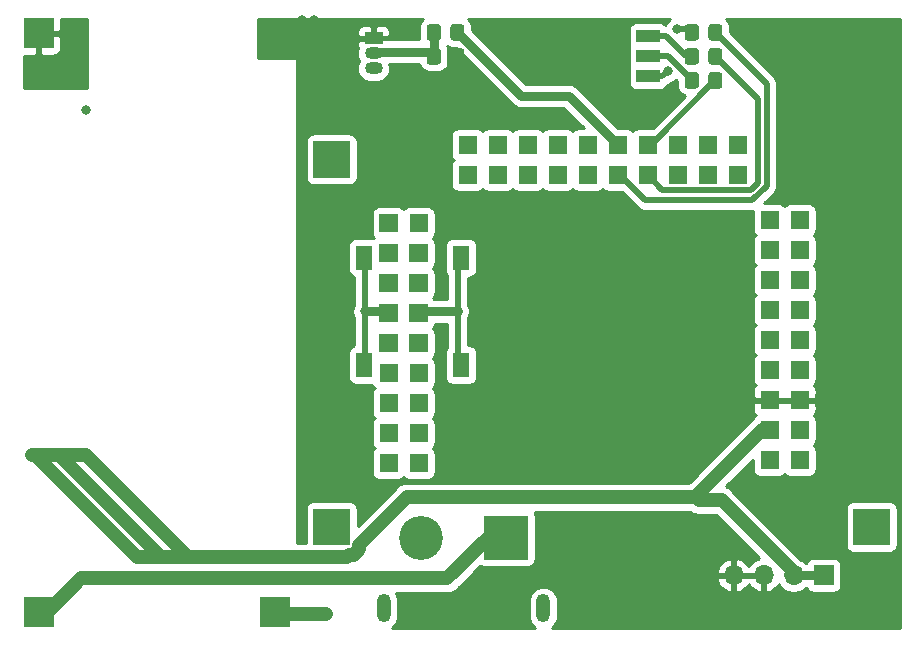
<source format=gbr>
%TF.GenerationSoftware,KiCad,Pcbnew,(5.1.10)-1*%
%TF.CreationDate,2021-10-19T15:45:20+08:00*%
%TF.ProjectId,M1W,4d31572e-6b69-4636-9164-5f7063625858,rev?*%
%TF.SameCoordinates,Original*%
%TF.FileFunction,Copper,L1,Top*%
%TF.FilePolarity,Positive*%
%FSLAX46Y46*%
G04 Gerber Fmt 4.6, Leading zero omitted, Abs format (unit mm)*
G04 Created by KiCad (PCBNEW (5.1.10)-1) date 2021-10-19 15:45:20*
%MOMM*%
%LPD*%
G01*
G04 APERTURE LIST*
%TA.AperFunction,ComponentPad*%
%ADD10R,1.500000X1.050000*%
%TD*%
%TA.AperFunction,ComponentPad*%
%ADD11O,1.500000X1.050000*%
%TD*%
%TA.AperFunction,ComponentPad*%
%ADD12R,3.716000X3.716000*%
%TD*%
%TA.AperFunction,ComponentPad*%
%ADD13C,3.716000*%
%TD*%
%TA.AperFunction,ComponentPad*%
%ADD14O,1.200000X2.400000*%
%TD*%
%TA.AperFunction,ComponentPad*%
%ADD15O,1.700000X1.700000*%
%TD*%
%TA.AperFunction,ComponentPad*%
%ADD16R,1.700000X1.700000*%
%TD*%
%TA.AperFunction,SMDPad,CuDef*%
%ADD17R,2.000000X1.100000*%
%TD*%
%TA.AperFunction,SMDPad,CuDef*%
%ADD18R,1.400000X2.100000*%
%TD*%
%TA.AperFunction,SMDPad,CuDef*%
%ADD19R,2.500000X2.500000*%
%TD*%
%TA.AperFunction,ComponentPad*%
%ADD20R,1.574800X1.574800*%
%TD*%
%TA.AperFunction,ViaPad*%
%ADD21C,0.800000*%
%TD*%
%TA.AperFunction,ViaPad*%
%ADD22C,1.200000*%
%TD*%
%TA.AperFunction,Conductor*%
%ADD23C,1.200000*%
%TD*%
%TA.AperFunction,Conductor*%
%ADD24C,0.800000*%
%TD*%
%TA.AperFunction,Conductor*%
%ADD25C,0.500000*%
%TD*%
%TA.AperFunction,Conductor*%
%ADD26C,0.254000*%
%TD*%
%TA.AperFunction,Conductor*%
%ADD27C,0.350000*%
%TD*%
%ADD28C,0.350000*%
%ADD29O,0.600000X1.700000*%
G04 APERTURE END LIST*
%TO.P,R8,2*%
%TO.N,RGB5050-B*%
%TA.AperFunction,SMDPad,CuDef*%
G36*
G01*
X232302000Y-97478001D02*
X232302000Y-96577999D01*
G75*
G02*
X232551999Y-96328000I249999J0D01*
G01*
X233252001Y-96328000D01*
G75*
G02*
X233502000Y-96577999I0J-249999D01*
G01*
X233502000Y-97478001D01*
G75*
G02*
X233252001Y-97728000I-249999J0D01*
G01*
X232551999Y-97728000D01*
G75*
G02*
X232302000Y-97478001I0J249999D01*
G01*
G37*
%TD.AperFunction*%
%TO.P,R8,1*%
%TO.N,Net-(D4-Pad3)*%
%TA.AperFunction,SMDPad,CuDef*%
G36*
G01*
X230302000Y-97478001D02*
X230302000Y-96577999D01*
G75*
G02*
X230551999Y-96328000I249999J0D01*
G01*
X231252001Y-96328000D01*
G75*
G02*
X231502000Y-96577999I0J-249999D01*
G01*
X231502000Y-97478001D01*
G75*
G02*
X231252001Y-97728000I-249999J0D01*
G01*
X230551999Y-97728000D01*
G75*
G02*
X230302000Y-97478001I0J249999D01*
G01*
G37*
%TD.AperFunction*%
%TD*%
%TO.P,R7,2*%
%TO.N,RGB5050-G*%
%TA.AperFunction,SMDPad,CuDef*%
G36*
G01*
X232302000Y-99510001D02*
X232302000Y-98609999D01*
G75*
G02*
X232551999Y-98360000I249999J0D01*
G01*
X233252001Y-98360000D01*
G75*
G02*
X233502000Y-98609999I0J-249999D01*
G01*
X233502000Y-99510001D01*
G75*
G02*
X233252001Y-99760000I-249999J0D01*
G01*
X232551999Y-99760000D01*
G75*
G02*
X232302000Y-99510001I0J249999D01*
G01*
G37*
%TD.AperFunction*%
%TO.P,R7,1*%
%TO.N,Net-(D4-Pad2)*%
%TA.AperFunction,SMDPad,CuDef*%
G36*
G01*
X230302000Y-99510001D02*
X230302000Y-98609999D01*
G75*
G02*
X230551999Y-98360000I249999J0D01*
G01*
X231252001Y-98360000D01*
G75*
G02*
X231502000Y-98609999I0J-249999D01*
G01*
X231502000Y-99510001D01*
G75*
G02*
X231252001Y-99760000I-249999J0D01*
G01*
X230551999Y-99760000D01*
G75*
G02*
X230302000Y-99510001I0J249999D01*
G01*
G37*
%TD.AperFunction*%
%TD*%
%TO.P,R6,2*%
%TO.N,RGB5050-R*%
%TA.AperFunction,SMDPad,CuDef*%
G36*
G01*
X232302000Y-95446001D02*
X232302000Y-94545999D01*
G75*
G02*
X232551999Y-94296000I249999J0D01*
G01*
X233252001Y-94296000D01*
G75*
G02*
X233502000Y-94545999I0J-249999D01*
G01*
X233502000Y-95446001D01*
G75*
G02*
X233252001Y-95696000I-249999J0D01*
G01*
X232551999Y-95696000D01*
G75*
G02*
X232302000Y-95446001I0J249999D01*
G01*
G37*
%TD.AperFunction*%
%TO.P,R6,1*%
%TO.N,Net-(D4-Pad1)*%
%TA.AperFunction,SMDPad,CuDef*%
G36*
G01*
X230302000Y-95446001D02*
X230302000Y-94545999D01*
G75*
G02*
X230551999Y-94296000I249999J0D01*
G01*
X231252001Y-94296000D01*
G75*
G02*
X231502000Y-94545999I0J-249999D01*
G01*
X231502000Y-95446001D01*
G75*
G02*
X231252001Y-95696000I-249999J0D01*
G01*
X230551999Y-95696000D01*
G75*
G02*
X230302000Y-95446001I0J249999D01*
G01*
G37*
%TD.AperFunction*%
%TD*%
%TO.P,R5,2*%
%TO.N,GND*%
%TA.AperFunction,SMDPad,CuDef*%
G36*
G01*
X210458000Y-97478001D02*
X210458000Y-96577999D01*
G75*
G02*
X210707999Y-96328000I249999J0D01*
G01*
X211408001Y-96328000D01*
G75*
G02*
X211658000Y-96577999I0J-249999D01*
G01*
X211658000Y-97478001D01*
G75*
G02*
X211408001Y-97728000I-249999J0D01*
G01*
X210707999Y-97728000D01*
G75*
G02*
X210458000Y-97478001I0J249999D01*
G01*
G37*
%TD.AperFunction*%
%TO.P,R5,1*%
%TO.N,Net-(Q1-Pad2)*%
%TA.AperFunction,SMDPad,CuDef*%
G36*
G01*
X208458000Y-97478001D02*
X208458000Y-96577999D01*
G75*
G02*
X208707999Y-96328000I249999J0D01*
G01*
X209408001Y-96328000D01*
G75*
G02*
X209658000Y-96577999I0J-249999D01*
G01*
X209658000Y-97478001D01*
G75*
G02*
X209408001Y-97728000I-249999J0D01*
G01*
X208707999Y-97728000D01*
G75*
G02*
X208458000Y-97478001I0J249999D01*
G01*
G37*
%TD.AperFunction*%
%TD*%
%TO.P,R4,2*%
%TO.N,IO8_LED*%
%TA.AperFunction,SMDPad,CuDef*%
G36*
G01*
X210458000Y-95446001D02*
X210458000Y-94545999D01*
G75*
G02*
X210707999Y-94296000I249999J0D01*
G01*
X211408001Y-94296000D01*
G75*
G02*
X211658000Y-94545999I0J-249999D01*
G01*
X211658000Y-95446001D01*
G75*
G02*
X211408001Y-95696000I-249999J0D01*
G01*
X210707999Y-95696000D01*
G75*
G02*
X210458000Y-95446001I0J249999D01*
G01*
G37*
%TD.AperFunction*%
%TO.P,R4,1*%
%TO.N,Net-(Q1-Pad2)*%
%TA.AperFunction,SMDPad,CuDef*%
G36*
G01*
X208458000Y-95446001D02*
X208458000Y-94545999D01*
G75*
G02*
X208707999Y-94296000I249999J0D01*
G01*
X209408001Y-94296000D01*
G75*
G02*
X209658000Y-94545999I0J-249999D01*
G01*
X209658000Y-95446001D01*
G75*
G02*
X209408001Y-95696000I-249999J0D01*
G01*
X208707999Y-95696000D01*
G75*
G02*
X208458000Y-95446001I0J249999D01*
G01*
G37*
%TD.AperFunction*%
%TD*%
D10*
%TO.P,Q1,1*%
%TO.N,GND*%
X203962000Y-95504000D03*
D11*
%TO.P,Q1,3*%
%TO.N,Net-(D1-Pad1)*%
X203962000Y-98044000D03*
%TO.P,Q1,2*%
%TO.N,Net-(Q1-Pad2)*%
X203962000Y-96774000D03*
%TD*%
D12*
%TO.P,J1,1*%
%TO.N,Net-(J1-Pad1)*%
X215182000Y-137764000D03*
D13*
%TO.P,J1,2*%
%TO.N,Net-(J1-Pad2)*%
X207982000Y-137764000D03*
D14*
%TO.P,J1,S1*%
%TO.N,N/C*%
X218332000Y-143764000D03*
%TO.P,J1,S2*%
X204832000Y-143764000D03*
%TD*%
D15*
%TO.P,H1,4*%
%TO.N,GND*%
X234442000Y-140970000D03*
%TO.P,H1,3*%
X236982000Y-140970000D03*
%TO.P,H1,2*%
%TO.N,+5V*%
X239522000Y-140970000D03*
D16*
%TO.P,H1,1*%
X242062000Y-140970000D03*
%TD*%
D17*
%TO.P,D4,6*%
%TO.N,GND*%
X222390000Y-98728000D03*
%TO.P,D4,5*%
X222390000Y-97028000D03*
%TO.P,D4,4*%
X222390000Y-95328000D03*
%TO.P,D4,3*%
%TO.N,Net-(D4-Pad3)*%
X227190000Y-95328000D03*
%TO.P,D4,2*%
%TO.N,Net-(D4-Pad2)*%
X227190000Y-97028000D03*
%TO.P,D4,1*%
%TO.N,Net-(D4-Pad1)*%
X227190000Y-98728000D03*
%TD*%
D18*
%TO.P,S2,2*%
%TO.N,Key2*%
X211364000Y-114068000D03*
%TO.P,S2,1*%
X211364000Y-123168000D03*
%TO.P,S2,3*%
%TO.N,GND*%
X215864000Y-123168000D03*
%TO.P,S2,4*%
X215864000Y-114068000D03*
%TD*%
%TO.P,S1,2*%
%TO.N,Key1*%
X203164000Y-123168000D03*
%TO.P,S1,1*%
X203164000Y-114068000D03*
%TO.P,S1,3*%
%TO.N,GND*%
X198664000Y-114068000D03*
%TO.P,S1,4*%
X198664000Y-123168000D03*
%TD*%
D19*
%TO.P,U1,2*%
%TO.N,Net-(J1-Pad2)*%
X195619000Y-144071000D03*
%TO.P,U1,3*%
%TO.N,GND*%
X195619000Y-95071000D03*
%TO.P,U1,1*%
%TO.N,Net-(J1-Pad1)*%
X175619000Y-144071000D03*
%TO.P,U1,4*%
%TO.N,Net-(FU1-Pad1)*%
X175619000Y-95071000D03*
%TD*%
D20*
%TO.P,MAIN1,34*%
%TO.N,N/C*%
X234796641Y-104530201D03*
%TO.P,MAIN1,35*%
X234796641Y-107070201D03*
%TO.P,MAIN1,28*%
%TO.N,RGB5050-G*%
X227176641Y-104530201D03*
%TO.P,MAIN1,23*%
%TO.N,N/C*%
X219556641Y-107070201D03*
%TO.P,MAIN1,21*%
X217016641Y-107070201D03*
%TO.P,MAIN1,56*%
X211936641Y-107070201D03*
%TO.P,MAIN1,57*%
X211936641Y-104530201D03*
%TO.P,MAIN1,18*%
X214476641Y-104530201D03*
%TO.P,MAIN1,20*%
X217016641Y-104530201D03*
%TO.P,MAIN1,30*%
X229716641Y-104530201D03*
%TO.P,MAIN1,24*%
X222096641Y-104530201D03*
%TO.P,MAIN1,27*%
%TO.N,RGB5050-R*%
X224636641Y-107070201D03*
%TO.P,MAIN1,29*%
%TO.N,RGB5050-B*%
X227176641Y-107070201D03*
%TO.P,MAIN1,32*%
%TO.N,N/C*%
X232256641Y-104530201D03*
%TO.P,MAIN1,26*%
%TO.N,IO8_LED*%
X224636641Y-104530201D03*
%TO.P,MAIN1,19*%
%TO.N,N/C*%
X214476641Y-107070201D03*
%TO.P,MAIN1,22*%
X219556641Y-104530201D03*
%TO.P,MAIN1,33*%
X232256641Y-107070201D03*
%TO.P,MAIN1,25*%
X222096641Y-107070201D03*
%TO.P,MAIN1,31*%
X229716641Y-107070201D03*
%TO.P,MAIN1,39*%
X240039201Y-113430361D03*
%TO.P,MAIN1,45*%
X240039201Y-121050361D03*
%TO.P,MAIN1,46*%
X237499201Y-123590361D03*
%TO.P,MAIN1,37*%
X240039201Y-110890361D03*
%TO.P,MAIN1,42*%
X237499201Y-118510361D03*
%TO.P,MAIN1,41*%
X240039201Y-115970361D03*
%TO.P,MAIN1,43*%
X240039201Y-118510361D03*
%TO.P,MAIN1,36*%
X237499201Y-110890361D03*
%TO.P,MAIN1,47*%
X240039201Y-123590361D03*
%TO.P,MAIN1,44*%
X237499201Y-121050361D03*
%TO.P,MAIN1,40*%
X237499201Y-115970361D03*
%TO.P,MAIN1,38*%
X237499201Y-113430361D03*
%TO.P,MAIN1,4*%
X205241201Y-126384361D03*
%TO.P,MAIN1,5*%
X207781201Y-126384361D03*
%TO.P,MAIN1,0*%
X205241201Y-131464361D03*
%TO.P,MAIN1,1*%
X207781201Y-131464361D03*
%TO.P,MAIN1,2*%
X205241201Y-128924361D03*
%TO.P,MAIN1,3*%
X207781201Y-128924361D03*
%TO.P,MAIN1,*%
%TO.N,*%
%TA.AperFunction,WasherPad*%
G36*
G01*
X198865191Y-138414411D02*
X198865191Y-135314391D01*
X201965211Y-135314391D01*
X201965211Y-138414411D01*
X198865191Y-138414411D01*
G37*
%TD.AperFunction*%
%TA.AperFunction,WasherPad*%
G36*
G01*
X244585191Y-138414411D02*
X244585191Y-135314391D01*
X247685211Y-135314391D01*
X247685211Y-138414411D01*
X244585191Y-138414411D01*
G37*
%TD.AperFunction*%
%TA.AperFunction,WasherPad*%
G36*
G01*
X198865191Y-107294331D02*
X198865191Y-104194311D01*
X201965211Y-104194311D01*
X201965211Y-107294331D01*
X198865191Y-107294331D01*
G37*
%TD.AperFunction*%
%TO.P,MAIN1,17*%
%TO.N,N/C*%
X207781201Y-111144361D03*
%TO.P,MAIN1,16*%
%TA.AperFunction,ComponentPad*%
G36*
G01*
X204453801Y-110356961D02*
X206028601Y-110356961D01*
X206028601Y-111931761D01*
X204453801Y-111931761D01*
X204453801Y-110356961D01*
G37*
%TD.AperFunction*%
%TO.P,MAIN1,15*%
%TA.AperFunction,ComponentPad*%
G36*
G01*
X206993801Y-112896961D02*
X208568601Y-112896961D01*
X208568601Y-114471761D01*
X206993801Y-114471761D01*
X206993801Y-112896961D01*
G37*
%TD.AperFunction*%
%TO.P,MAIN1,14*%
%TA.AperFunction,ComponentPad*%
G36*
G01*
X204453801Y-112896961D02*
X206028601Y-112896961D01*
X206028601Y-114471761D01*
X204453801Y-114471761D01*
X204453801Y-112896961D01*
G37*
%TD.AperFunction*%
%TO.P,MAIN1,13*%
%TA.AperFunction,ComponentPad*%
G36*
G01*
X206993801Y-115436961D02*
X208568601Y-115436961D01*
X208568601Y-117011761D01*
X206993801Y-117011761D01*
X206993801Y-115436961D01*
G37*
%TD.AperFunction*%
%TO.P,MAIN1,12*%
%TA.AperFunction,ComponentPad*%
G36*
G01*
X204453801Y-115436961D02*
X206028601Y-115436961D01*
X206028601Y-117011761D01*
X204453801Y-117011761D01*
X204453801Y-115436961D01*
G37*
%TD.AperFunction*%
%TO.P,MAIN1,11*%
%TO.N,Key2*%
%TA.AperFunction,ComponentPad*%
G36*
G01*
X206993801Y-117976961D02*
X208568601Y-117976961D01*
X208568601Y-119551761D01*
X206993801Y-119551761D01*
X206993801Y-117976961D01*
G37*
%TD.AperFunction*%
%TO.P,MAIN1,10*%
%TO.N,Key1*%
%TA.AperFunction,ComponentPad*%
G36*
G01*
X204453801Y-117976961D02*
X206028601Y-117976961D01*
X206028601Y-119551761D01*
X204453801Y-119551761D01*
X204453801Y-117976961D01*
G37*
%TD.AperFunction*%
%TO.P,MAIN1,9*%
%TO.N,N/C*%
%TA.AperFunction,ComponentPad*%
G36*
G01*
X206993801Y-120516961D02*
X208568601Y-120516961D01*
X208568601Y-122091761D01*
X206993801Y-122091761D01*
X206993801Y-120516961D01*
G37*
%TD.AperFunction*%
%TO.P,MAIN1,8*%
%TA.AperFunction,ComponentPad*%
G36*
G01*
X204453801Y-120516961D02*
X206028601Y-120516961D01*
X206028601Y-122091761D01*
X204453801Y-122091761D01*
X204453801Y-120516961D01*
G37*
%TD.AperFunction*%
%TO.P,MAIN1,7*%
X207781201Y-123844361D03*
%TO.P,MAIN1,6*%
X205241201Y-123844361D03*
%TO.P,MAIN1,51*%
X237499201Y-131210361D03*
%TO.P,MAIN1,50*%
X240039201Y-131210361D03*
%TO.P,MAIN1,52*%
%TO.N,+5V*%
X237499201Y-128670361D03*
%TO.P,MAIN1,53*%
%TO.N,N/C*%
X240039201Y-128670361D03*
%TO.P,MAIN1,54*%
%TO.N,GND*%
X237499201Y-126130361D03*
%TO.P,MAIN1,55*%
X240039201Y-126130361D03*
%TD*%
D21*
%TO.N,+5V*%
X179578000Y-130810000D03*
X179578000Y-101600000D03*
X175260000Y-130810000D03*
X177292000Y-130810000D03*
%TO.N,GND*%
X197866000Y-93980000D03*
X197866000Y-94996000D03*
X197866000Y-96012000D03*
X198882000Y-93980000D03*
X198882000Y-94996000D03*
X198882000Y-96012000D03*
X213106000Y-100076000D03*
X215392000Y-97028000D03*
X213868000Y-100838000D03*
X216154000Y-97790000D03*
%TO.N,Net-(FU1-Pad1)*%
X178816000Y-95504000D03*
X178816000Y-94488000D03*
X178816000Y-96520000D03*
X178816000Y-97536000D03*
X178816000Y-98552000D03*
X175006000Y-98044000D03*
X175006000Y-99060000D03*
D22*
%TO.N,Net-(J1-Pad2)*%
X199950000Y-144272000D03*
D21*
%TO.N,Key2*%
X211074000Y-118618000D03*
%TO.N,Key1*%
X203200000Y-118618000D03*
%TO.N,Net-(D4-Pad1)*%
X228854000Y-98298000D03*
X229616000Y-94742000D03*
%TD*%
D23*
%TO.N,+5V*%
X179578000Y-130810000D02*
X188214000Y-139446000D01*
D24*
X239522000Y-140970000D02*
X242062000Y-140970000D01*
X237343639Y-128670361D02*
X237499201Y-128670361D01*
X231549562Y-134620000D02*
X231549562Y-134464438D01*
D23*
X179578000Y-130810000D02*
X177292000Y-130810000D01*
X175260000Y-130810000D02*
X175006000Y-130810000D01*
X177292000Y-130810000D02*
X175260000Y-130810000D01*
X177292000Y-130810000D02*
X185928000Y-139446000D01*
X175260000Y-130810000D02*
X183896000Y-139446000D01*
X183896000Y-139446000D02*
X186944000Y-139446000D01*
X186944000Y-139446000D02*
X188214000Y-139446000D01*
X185928000Y-139446000D02*
X186944000Y-139446000D01*
X231295562Y-134366000D02*
X231549562Y-134620000D01*
X206756000Y-134366000D02*
X231295562Y-134366000D01*
X202296589Y-139214421D02*
X202765221Y-138745789D01*
X201907579Y-139214421D02*
X202296589Y-139214421D01*
X202765221Y-138356779D02*
X206756000Y-134366000D01*
X202765221Y-138745789D02*
X202765221Y-138356779D01*
X201676000Y-139446000D02*
X201907579Y-139214421D01*
X188214000Y-139446000D02*
X201676000Y-139446000D01*
X236835639Y-128670361D02*
X237343639Y-128670361D01*
X231549562Y-133956438D02*
X236835639Y-128670361D01*
X231549562Y-134464438D02*
X231549562Y-133956438D01*
X239522000Y-140716000D02*
X239522000Y-140970000D01*
X233426000Y-134620000D02*
X239522000Y-140716000D01*
X231549562Y-134620000D02*
X233426000Y-134620000D01*
D25*
%TO.N,RGB5050-B*%
X236474000Y-100600000D02*
X236474000Y-107777645D01*
X236474000Y-107777645D02*
X235944043Y-108307602D01*
X232902000Y-97028000D02*
X236474000Y-100600000D01*
X235944043Y-108307602D02*
X228414042Y-108307602D01*
X228414042Y-108307602D02*
X227176641Y-107070201D01*
%TO.N,RGB5050-G*%
X227431799Y-104530201D02*
X227176641Y-104530201D01*
X232902000Y-99060000D02*
X227431799Y-104530201D01*
%TO.N,RGB5050-R*%
X232902000Y-94996000D02*
X237236000Y-99330000D01*
X237236000Y-108005609D02*
X236021609Y-109220000D01*
X237236000Y-99330000D02*
X237236000Y-108005609D01*
X224791839Y-107070201D02*
X224636641Y-107070201D01*
X226941638Y-109220000D02*
X224791839Y-107070201D01*
X236021609Y-109220000D02*
X226941638Y-109220000D01*
D23*
%TO.N,Net-(J1-Pad1)*%
X213658000Y-137764000D02*
X215182000Y-137764000D01*
X210198000Y-141224000D02*
X213658000Y-137764000D01*
X179228000Y-141224000D02*
X210198000Y-141224000D01*
X175873000Y-144579000D02*
X179228000Y-141224000D01*
%TO.N,Net-(J1-Pad2)*%
X196180000Y-144272000D02*
X195873000Y-144579000D01*
X199950000Y-144272000D02*
X196180000Y-144272000D01*
D25*
%TO.N,Key2*%
X211074000Y-114358000D02*
X211364000Y-114068000D01*
X211074000Y-118618000D02*
X211074000Y-114358000D01*
X211074000Y-122878000D02*
X211364000Y-123168000D01*
X211074000Y-118618000D02*
X211074000Y-122878000D01*
D24*
X207927562Y-118618000D02*
X207781201Y-118764361D01*
X211074000Y-118618000D02*
X207927562Y-118618000D01*
D25*
%TO.N,Key1*%
X203200000Y-123132000D02*
X203164000Y-123168000D01*
X203200000Y-118618000D02*
X203200000Y-123132000D01*
X203200000Y-114104000D02*
X203164000Y-114068000D01*
X203200000Y-118618000D02*
X203200000Y-114104000D01*
D24*
X205094840Y-118618000D02*
X205241201Y-118764361D01*
X203200000Y-118618000D02*
X205094840Y-118618000D01*
D25*
%TO.N,Net-(D4-Pad3)*%
X227190000Y-95328000D02*
X228690000Y-95328000D01*
X228690000Y-95328000D02*
X230390000Y-97028000D01*
X230390000Y-97028000D02*
X230902000Y-97028000D01*
%TO.N,Net-(D4-Pad2)*%
X228870000Y-97028000D02*
X230902000Y-99060000D01*
X227190000Y-97028000D02*
X228870000Y-97028000D01*
%TO.N,Net-(D4-Pad1)*%
X227190000Y-98728000D02*
X228424000Y-98728000D01*
X228424000Y-98728000D02*
X228854000Y-98298000D01*
X230648000Y-94742000D02*
X230902000Y-94996000D01*
X229616000Y-94742000D02*
X230648000Y-94742000D01*
D24*
%TO.N,IO8_LED*%
X220466450Y-100360010D02*
X224636641Y-104530201D01*
X216422010Y-100360010D02*
X220466450Y-100360010D01*
X211058000Y-94996000D02*
X216422010Y-100360010D01*
%TO.N,Net-(Q1-Pad2)*%
X209058000Y-97028000D02*
X209058000Y-94996000D01*
X208659001Y-96629001D02*
X209058000Y-97028000D01*
X204106999Y-96629001D02*
X208659001Y-96629001D01*
X203962000Y-96774000D02*
X204106999Y-96629001D01*
%TD*%
D26*
%TO.N,Net-(FU1-Pad1)*%
X179705000Y-99695000D02*
X174371000Y-99695000D01*
X174371000Y-96959066D01*
X175333250Y-96956000D01*
X175492000Y-96797250D01*
X175492000Y-95198000D01*
X175746000Y-95198000D01*
X175746000Y-96797250D01*
X175904750Y-96956000D01*
X176869000Y-96959072D01*
X176993482Y-96946812D01*
X177113180Y-96910502D01*
X177223494Y-96851537D01*
X177320185Y-96772185D01*
X177399537Y-96675494D01*
X177458502Y-96565180D01*
X177494812Y-96445482D01*
X177507072Y-96321000D01*
X177504000Y-95356750D01*
X177345250Y-95198000D01*
X175746000Y-95198000D01*
X175492000Y-95198000D01*
X175472000Y-95198000D01*
X175472000Y-94944000D01*
X175492000Y-94944000D01*
X175492000Y-94924000D01*
X175746000Y-94924000D01*
X175746000Y-94944000D01*
X177345250Y-94944000D01*
X177504000Y-94785250D01*
X177506890Y-93878000D01*
X179705000Y-93878000D01*
X179705000Y-99695000D01*
%TA.AperFunction,Conductor*%
D27*
G36*
X179705000Y-99695000D02*
G01*
X174371000Y-99695000D01*
X174371000Y-96959066D01*
X175333250Y-96956000D01*
X175492000Y-96797250D01*
X175492000Y-95198000D01*
X175746000Y-95198000D01*
X175746000Y-96797250D01*
X175904750Y-96956000D01*
X176869000Y-96959072D01*
X176993482Y-96946812D01*
X177113180Y-96910502D01*
X177223494Y-96851537D01*
X177320185Y-96772185D01*
X177399537Y-96675494D01*
X177458502Y-96565180D01*
X177494812Y-96445482D01*
X177507072Y-96321000D01*
X177504000Y-95356750D01*
X177345250Y-95198000D01*
X175746000Y-95198000D01*
X175492000Y-95198000D01*
X175472000Y-95198000D01*
X175472000Y-94944000D01*
X175492000Y-94944000D01*
X175492000Y-94924000D01*
X175746000Y-94924000D01*
X175746000Y-94944000D01*
X177345250Y-94944000D01*
X177504000Y-94785250D01*
X177506890Y-93878000D01*
X179705000Y-93878000D01*
X179705000Y-99695000D01*
G37*
%TD.AperFunction*%
%TD*%
D26*
%TO.N,GND*%
X208080038Y-93918038D02*
X207969595Y-94052613D01*
X207887528Y-94206149D01*
X207836992Y-94372745D01*
X207819928Y-94545999D01*
X207819928Y-95446001D01*
X207834505Y-95594001D01*
X204157834Y-95594001D01*
X204106999Y-95588994D01*
X204056164Y-95594001D01*
X204056161Y-95594001D01*
X203904104Y-95608977D01*
X203887546Y-95614000D01*
X203680021Y-95614000D01*
X203509600Y-95630785D01*
X203508891Y-95631000D01*
X202735750Y-95631000D01*
X202577000Y-95789750D01*
X202573928Y-96029000D01*
X202586188Y-96153482D01*
X202622498Y-96273180D01*
X202657093Y-96337902D01*
X202593785Y-96546600D01*
X202571388Y-96774000D01*
X202593785Y-97001400D01*
X202660115Y-97220060D01*
X202761105Y-97409000D01*
X202660115Y-97597940D01*
X202593785Y-97816600D01*
X202571388Y-98044000D01*
X202593785Y-98271400D01*
X202660115Y-98490060D01*
X202767829Y-98691579D01*
X202912788Y-98868212D01*
X203089421Y-99013171D01*
X203290940Y-99120885D01*
X203509600Y-99187215D01*
X203680021Y-99204000D01*
X204243979Y-99204000D01*
X204414400Y-99187215D01*
X204633060Y-99120885D01*
X204834579Y-99013171D01*
X205011212Y-98868212D01*
X205156171Y-98691579D01*
X205263885Y-98490060D01*
X205330215Y-98271400D01*
X205352612Y-98044000D01*
X205330215Y-97816600D01*
X205283924Y-97664001D01*
X207840858Y-97664001D01*
X207887528Y-97817851D01*
X207969595Y-97971387D01*
X208080038Y-98105962D01*
X208214613Y-98216405D01*
X208368149Y-98298472D01*
X208534745Y-98349008D01*
X208707999Y-98366072D01*
X209408001Y-98366072D01*
X209581255Y-98349008D01*
X209747851Y-98298472D01*
X209901387Y-98216405D01*
X210035962Y-98105962D01*
X210146405Y-97971387D01*
X210228472Y-97817851D01*
X210279008Y-97651255D01*
X210296072Y-97478001D01*
X210296072Y-96577999D01*
X210279008Y-96404745D01*
X210228472Y-96238149D01*
X210188126Y-96162668D01*
X210214613Y-96184405D01*
X210368149Y-96266472D01*
X210534745Y-96317008D01*
X210707999Y-96334072D01*
X210932362Y-96334072D01*
X215654206Y-101055917D01*
X215686614Y-101095406D01*
X215726102Y-101127813D01*
X215844212Y-101224744D01*
X215903684Y-101256532D01*
X216024017Y-101320851D01*
X216219115Y-101380034D01*
X216371172Y-101395010D01*
X216371175Y-101395010D01*
X216422010Y-101400017D01*
X216472845Y-101395010D01*
X220037740Y-101395010D01*
X221747459Y-103104729D01*
X221309241Y-103104729D01*
X221184759Y-103116989D01*
X221065061Y-103153299D01*
X220954747Y-103212264D01*
X220858056Y-103291616D01*
X220826641Y-103329895D01*
X220795226Y-103291616D01*
X220698535Y-103212264D01*
X220588221Y-103153299D01*
X220468523Y-103116989D01*
X220344041Y-103104729D01*
X218769241Y-103104729D01*
X218644759Y-103116989D01*
X218525061Y-103153299D01*
X218414747Y-103212264D01*
X218318056Y-103291616D01*
X218286641Y-103329895D01*
X218255226Y-103291616D01*
X218158535Y-103212264D01*
X218048221Y-103153299D01*
X217928523Y-103116989D01*
X217804041Y-103104729D01*
X216229241Y-103104729D01*
X216104759Y-103116989D01*
X215985061Y-103153299D01*
X215874747Y-103212264D01*
X215778056Y-103291616D01*
X215746641Y-103329895D01*
X215715226Y-103291616D01*
X215618535Y-103212264D01*
X215508221Y-103153299D01*
X215388523Y-103116989D01*
X215264041Y-103104729D01*
X213689241Y-103104729D01*
X213564759Y-103116989D01*
X213445061Y-103153299D01*
X213334747Y-103212264D01*
X213238056Y-103291616D01*
X213206641Y-103329895D01*
X213175226Y-103291616D01*
X213078535Y-103212264D01*
X212968221Y-103153299D01*
X212848523Y-103116989D01*
X212724041Y-103104729D01*
X211149241Y-103104729D01*
X211024759Y-103116989D01*
X210905061Y-103153299D01*
X210794747Y-103212264D01*
X210698056Y-103291616D01*
X210618704Y-103388307D01*
X210559739Y-103498621D01*
X210523429Y-103618319D01*
X210511169Y-103742801D01*
X210511169Y-105317601D01*
X210523429Y-105442083D01*
X210559739Y-105561781D01*
X210618704Y-105672095D01*
X210698056Y-105768786D01*
X210736335Y-105800201D01*
X210698056Y-105831616D01*
X210618704Y-105928307D01*
X210559739Y-106038621D01*
X210523429Y-106158319D01*
X210511169Y-106282801D01*
X210511169Y-107857601D01*
X210523429Y-107982083D01*
X210559739Y-108101781D01*
X210618704Y-108212095D01*
X210698056Y-108308786D01*
X210794747Y-108388138D01*
X210905061Y-108447103D01*
X211024759Y-108483413D01*
X211149241Y-108495673D01*
X212724041Y-108495673D01*
X212848523Y-108483413D01*
X212968221Y-108447103D01*
X213078535Y-108388138D01*
X213175226Y-108308786D01*
X213206641Y-108270507D01*
X213238056Y-108308786D01*
X213334747Y-108388138D01*
X213445061Y-108447103D01*
X213564759Y-108483413D01*
X213689241Y-108495673D01*
X215264041Y-108495673D01*
X215388523Y-108483413D01*
X215508221Y-108447103D01*
X215618535Y-108388138D01*
X215715226Y-108308786D01*
X215746641Y-108270507D01*
X215778056Y-108308786D01*
X215874747Y-108388138D01*
X215985061Y-108447103D01*
X216104759Y-108483413D01*
X216229241Y-108495673D01*
X217804041Y-108495673D01*
X217928523Y-108483413D01*
X218048221Y-108447103D01*
X218158535Y-108388138D01*
X218255226Y-108308786D01*
X218286641Y-108270507D01*
X218318056Y-108308786D01*
X218414747Y-108388138D01*
X218525061Y-108447103D01*
X218644759Y-108483413D01*
X218769241Y-108495673D01*
X220344041Y-108495673D01*
X220468523Y-108483413D01*
X220588221Y-108447103D01*
X220698535Y-108388138D01*
X220795226Y-108308786D01*
X220826641Y-108270507D01*
X220858056Y-108308786D01*
X220954747Y-108388138D01*
X221065061Y-108447103D01*
X221184759Y-108483413D01*
X221309241Y-108495673D01*
X222884041Y-108495673D01*
X223008523Y-108483413D01*
X223128221Y-108447103D01*
X223238535Y-108388138D01*
X223335226Y-108308786D01*
X223366641Y-108270507D01*
X223398056Y-108308786D01*
X223494747Y-108388138D01*
X223605061Y-108447103D01*
X223724759Y-108483413D01*
X223849241Y-108495673D01*
X224965733Y-108495673D01*
X226285108Y-109815049D01*
X226312821Y-109848817D01*
X226346589Y-109876530D01*
X226346591Y-109876532D01*
X226382225Y-109905776D01*
X226447579Y-109959411D01*
X226601325Y-110041589D01*
X226768148Y-110092195D01*
X226898161Y-110105000D01*
X226898169Y-110105000D01*
X226941638Y-110109281D01*
X226985107Y-110105000D01*
X235978140Y-110105000D01*
X236021609Y-110109281D01*
X236065078Y-110105000D01*
X236065086Y-110105000D01*
X236073729Y-110104149D01*
X236073729Y-111677761D01*
X236085989Y-111802243D01*
X236122299Y-111921941D01*
X236181264Y-112032255D01*
X236260616Y-112128946D01*
X236298895Y-112160361D01*
X236260616Y-112191776D01*
X236181264Y-112288467D01*
X236122299Y-112398781D01*
X236085989Y-112518479D01*
X236073729Y-112642961D01*
X236073729Y-114217761D01*
X236085989Y-114342243D01*
X236122299Y-114461941D01*
X236181264Y-114572255D01*
X236260616Y-114668946D01*
X236298895Y-114700361D01*
X236260616Y-114731776D01*
X236181264Y-114828467D01*
X236122299Y-114938781D01*
X236085989Y-115058479D01*
X236073729Y-115182961D01*
X236073729Y-116757761D01*
X236085989Y-116882243D01*
X236122299Y-117001941D01*
X236181264Y-117112255D01*
X236260616Y-117208946D01*
X236298895Y-117240361D01*
X236260616Y-117271776D01*
X236181264Y-117368467D01*
X236122299Y-117478781D01*
X236085989Y-117598479D01*
X236073729Y-117722961D01*
X236073729Y-119297761D01*
X236085989Y-119422243D01*
X236122299Y-119541941D01*
X236181264Y-119652255D01*
X236260616Y-119748946D01*
X236298895Y-119780361D01*
X236260616Y-119811776D01*
X236181264Y-119908467D01*
X236122299Y-120018781D01*
X236085989Y-120138479D01*
X236073729Y-120262961D01*
X236073729Y-121837761D01*
X236085989Y-121962243D01*
X236122299Y-122081941D01*
X236181264Y-122192255D01*
X236260616Y-122288946D01*
X236298895Y-122320361D01*
X236260616Y-122351776D01*
X236181264Y-122448467D01*
X236122299Y-122558781D01*
X236085989Y-122678479D01*
X236073729Y-122802961D01*
X236073729Y-124377761D01*
X236085989Y-124502243D01*
X236122299Y-124621941D01*
X236181264Y-124732255D01*
X236260616Y-124828946D01*
X236298895Y-124860361D01*
X236260616Y-124891776D01*
X236181264Y-124988467D01*
X236122299Y-125098781D01*
X236085989Y-125218479D01*
X236073729Y-125342961D01*
X236076801Y-125844611D01*
X236235551Y-126003361D01*
X237372201Y-126003361D01*
X237372201Y-125983361D01*
X237626201Y-125983361D01*
X237626201Y-126003361D01*
X238762851Y-126003361D01*
X238769201Y-125997011D01*
X238775551Y-126003361D01*
X239912201Y-126003361D01*
X239912201Y-125983361D01*
X240166201Y-125983361D01*
X240166201Y-126003361D01*
X241302851Y-126003361D01*
X241461601Y-125844611D01*
X241464673Y-125342961D01*
X241452413Y-125218479D01*
X241416103Y-125098781D01*
X241357138Y-124988467D01*
X241277786Y-124891776D01*
X241239507Y-124860361D01*
X241277786Y-124828946D01*
X241357138Y-124732255D01*
X241416103Y-124621941D01*
X241452413Y-124502243D01*
X241464673Y-124377761D01*
X241464673Y-122802961D01*
X241452413Y-122678479D01*
X241416103Y-122558781D01*
X241357138Y-122448467D01*
X241277786Y-122351776D01*
X241239507Y-122320361D01*
X241277786Y-122288946D01*
X241357138Y-122192255D01*
X241416103Y-122081941D01*
X241452413Y-121962243D01*
X241464673Y-121837761D01*
X241464673Y-120262961D01*
X241452413Y-120138479D01*
X241416103Y-120018781D01*
X241357138Y-119908467D01*
X241277786Y-119811776D01*
X241239507Y-119780361D01*
X241277786Y-119748946D01*
X241357138Y-119652255D01*
X241416103Y-119541941D01*
X241452413Y-119422243D01*
X241464673Y-119297761D01*
X241464673Y-117722961D01*
X241452413Y-117598479D01*
X241416103Y-117478781D01*
X241357138Y-117368467D01*
X241277786Y-117271776D01*
X241239507Y-117240361D01*
X241277786Y-117208946D01*
X241357138Y-117112255D01*
X241416103Y-117001941D01*
X241452413Y-116882243D01*
X241464673Y-116757761D01*
X241464673Y-115182961D01*
X241452413Y-115058479D01*
X241416103Y-114938781D01*
X241357138Y-114828467D01*
X241277786Y-114731776D01*
X241239507Y-114700361D01*
X241277786Y-114668946D01*
X241357138Y-114572255D01*
X241416103Y-114461941D01*
X241452413Y-114342243D01*
X241464673Y-114217761D01*
X241464673Y-112642961D01*
X241452413Y-112518479D01*
X241416103Y-112398781D01*
X241357138Y-112288467D01*
X241277786Y-112191776D01*
X241239507Y-112160361D01*
X241277786Y-112128946D01*
X241357138Y-112032255D01*
X241416103Y-111921941D01*
X241452413Y-111802243D01*
X241464673Y-111677761D01*
X241464673Y-110102961D01*
X241452413Y-109978479D01*
X241416103Y-109858781D01*
X241357138Y-109748467D01*
X241277786Y-109651776D01*
X241181095Y-109572424D01*
X241070781Y-109513459D01*
X240951083Y-109477149D01*
X240826601Y-109464889D01*
X239251801Y-109464889D01*
X239127319Y-109477149D01*
X239007621Y-109513459D01*
X238897307Y-109572424D01*
X238800616Y-109651776D01*
X238769201Y-109690055D01*
X238737786Y-109651776D01*
X238641095Y-109572424D01*
X238530781Y-109513459D01*
X238411083Y-109477149D01*
X238286601Y-109464889D01*
X237028298Y-109464889D01*
X237831049Y-108662139D01*
X237864817Y-108634426D01*
X237975411Y-108499668D01*
X238057589Y-108345922D01*
X238108195Y-108179099D01*
X238121000Y-108049086D01*
X238121000Y-108049076D01*
X238125281Y-108005610D01*
X238121000Y-107962144D01*
X238121000Y-99373469D01*
X238125281Y-99330000D01*
X238121000Y-99286531D01*
X238121000Y-99286523D01*
X238108195Y-99156510D01*
X238064713Y-99013171D01*
X238057589Y-98989686D01*
X237975411Y-98835941D01*
X237892532Y-98734953D01*
X237892530Y-98734951D01*
X237864817Y-98701183D01*
X237831050Y-98673472D01*
X234140072Y-94982494D01*
X234140072Y-94545999D01*
X234123008Y-94372745D01*
X234072472Y-94206149D01*
X233990405Y-94052613D01*
X233879962Y-93918038D01*
X233831176Y-93878000D01*
X248514000Y-93878000D01*
X248514001Y-145390000D01*
X219028556Y-145390000D01*
X219209502Y-145241502D01*
X219363833Y-145053449D01*
X219478511Y-144838901D01*
X219549130Y-144606102D01*
X219567000Y-144424665D01*
X219567000Y-143103335D01*
X219549130Y-142921898D01*
X219478511Y-142689099D01*
X219363833Y-142474551D01*
X219209502Y-142286498D01*
X219021449Y-142132167D01*
X218806901Y-142017489D01*
X218574102Y-141946870D01*
X218332000Y-141923025D01*
X218089899Y-141946870D01*
X217857100Y-142017489D01*
X217642552Y-142132167D01*
X217454499Y-142286498D01*
X217300168Y-142474551D01*
X217185489Y-142689099D01*
X217114870Y-142921898D01*
X217097000Y-143103335D01*
X217097000Y-144424664D01*
X217114870Y-144606101D01*
X217185489Y-144838900D01*
X217300167Y-145053448D01*
X217454498Y-145241502D01*
X217635443Y-145390000D01*
X205528556Y-145390000D01*
X205709502Y-145241502D01*
X205863833Y-145053449D01*
X205978511Y-144838901D01*
X206049130Y-144606102D01*
X206067000Y-144424665D01*
X206067000Y-143103335D01*
X206049130Y-142921898D01*
X205978511Y-142689099D01*
X205863833Y-142474551D01*
X205851071Y-142459000D01*
X210137335Y-142459000D01*
X210198000Y-142464975D01*
X210258665Y-142459000D01*
X210440102Y-142441130D01*
X210672901Y-142370511D01*
X210887449Y-142255833D01*
X211075502Y-142101502D01*
X211114178Y-142054375D01*
X211841662Y-141326891D01*
X233000519Y-141326891D01*
X233097843Y-141601252D01*
X233246822Y-141851355D01*
X233441731Y-142067588D01*
X233675080Y-142241641D01*
X233937901Y-142366825D01*
X234085110Y-142411476D01*
X234315000Y-142290155D01*
X234315000Y-141097000D01*
X234569000Y-141097000D01*
X234569000Y-142290155D01*
X234798890Y-142411476D01*
X234946099Y-142366825D01*
X235208920Y-142241641D01*
X235442269Y-142067588D01*
X235637178Y-141851355D01*
X235712000Y-141725745D01*
X235786822Y-141851355D01*
X235981731Y-142067588D01*
X236215080Y-142241641D01*
X236477901Y-142366825D01*
X236625110Y-142411476D01*
X236855000Y-142290155D01*
X236855000Y-141097000D01*
X234569000Y-141097000D01*
X234315000Y-141097000D01*
X233121186Y-141097000D01*
X233000519Y-141326891D01*
X211841662Y-141326891D01*
X212555444Y-140613109D01*
X233000519Y-140613109D01*
X233121186Y-140843000D01*
X234315000Y-140843000D01*
X234315000Y-139649845D01*
X234085110Y-139528524D01*
X233937901Y-139573175D01*
X233675080Y-139698359D01*
X233441731Y-139872412D01*
X233246822Y-140088645D01*
X233097843Y-140338748D01*
X233000519Y-140613109D01*
X212555444Y-140613109D01*
X212999816Y-140168738D01*
X213079820Y-140211502D01*
X213199518Y-140247812D01*
X213324000Y-140260072D01*
X217040000Y-140260072D01*
X217164482Y-140247812D01*
X217284180Y-140211502D01*
X217394494Y-140152537D01*
X217491185Y-140073185D01*
X217570537Y-139976494D01*
X217629502Y-139866180D01*
X217665812Y-139746482D01*
X217678072Y-139622000D01*
X217678072Y-135906000D01*
X217665812Y-135781518D01*
X217629502Y-135661820D01*
X217596993Y-135601000D01*
X230798173Y-135601000D01*
X230860113Y-135651833D01*
X231074661Y-135766511D01*
X231191060Y-135801820D01*
X231307459Y-135837130D01*
X231549561Y-135860975D01*
X231610226Y-135855000D01*
X232914447Y-135855000D01*
X236596614Y-139537167D01*
X236477901Y-139573175D01*
X236215080Y-139698359D01*
X235981731Y-139872412D01*
X235786822Y-140088645D01*
X235712000Y-140214255D01*
X235637178Y-140088645D01*
X235442269Y-139872412D01*
X235208920Y-139698359D01*
X234946099Y-139573175D01*
X234798890Y-139528524D01*
X234569000Y-139649845D01*
X234569000Y-140843000D01*
X236855000Y-140843000D01*
X236855000Y-140823000D01*
X237109000Y-140823000D01*
X237109000Y-140843000D01*
X237129000Y-140843000D01*
X237129000Y-141097000D01*
X237109000Y-141097000D01*
X237109000Y-142290155D01*
X237338890Y-142411476D01*
X237486099Y-142366825D01*
X237748920Y-142241641D01*
X237982269Y-142067588D01*
X238177178Y-141851355D01*
X238246805Y-141734466D01*
X238368525Y-141916632D01*
X238575368Y-142123475D01*
X238818589Y-142285990D01*
X239088842Y-142397932D01*
X239375740Y-142455000D01*
X239668260Y-142455000D01*
X239955158Y-142397932D01*
X240225411Y-142285990D01*
X240468632Y-142123475D01*
X240587107Y-142005000D01*
X240604546Y-142005000D01*
X240622498Y-142064180D01*
X240681463Y-142174494D01*
X240760815Y-142271185D01*
X240857506Y-142350537D01*
X240967820Y-142409502D01*
X241087518Y-142445812D01*
X241212000Y-142458072D01*
X242912000Y-142458072D01*
X243036482Y-142445812D01*
X243156180Y-142409502D01*
X243266494Y-142350537D01*
X243363185Y-142271185D01*
X243442537Y-142174494D01*
X243501502Y-142064180D01*
X243537812Y-141944482D01*
X243550072Y-141820000D01*
X243550072Y-140120000D01*
X243537812Y-139995518D01*
X243501502Y-139875820D01*
X243442537Y-139765506D01*
X243363185Y-139668815D01*
X243266494Y-139589463D01*
X243156180Y-139530498D01*
X243036482Y-139494188D01*
X242912000Y-139481928D01*
X241212000Y-139481928D01*
X241087518Y-139494188D01*
X240967820Y-139530498D01*
X240857506Y-139589463D01*
X240760815Y-139668815D01*
X240681463Y-139765506D01*
X240622498Y-139875820D01*
X240604546Y-139935000D01*
X240587107Y-139935000D01*
X240468632Y-139816525D01*
X240225411Y-139654010D01*
X240193237Y-139640683D01*
X235866945Y-135314391D01*
X243947119Y-135314391D01*
X243947119Y-138414411D01*
X243959379Y-138538893D01*
X243995689Y-138658591D01*
X244054654Y-138768905D01*
X244134006Y-138865596D01*
X244230697Y-138944948D01*
X244341011Y-139003913D01*
X244460709Y-139040223D01*
X244585191Y-139052483D01*
X247685211Y-139052483D01*
X247809693Y-139040223D01*
X247929391Y-139003913D01*
X248039705Y-138944948D01*
X248136396Y-138865596D01*
X248215748Y-138768905D01*
X248274713Y-138658591D01*
X248311023Y-138538893D01*
X248323283Y-138414411D01*
X248323283Y-135314391D01*
X248311023Y-135189909D01*
X248274713Y-135070211D01*
X248215748Y-134959897D01*
X248136396Y-134863206D01*
X248039705Y-134783854D01*
X247929391Y-134724889D01*
X247809693Y-134688579D01*
X247685211Y-134676319D01*
X244585191Y-134676319D01*
X244460709Y-134688579D01*
X244341011Y-134724889D01*
X244230697Y-134783854D01*
X244134006Y-134863206D01*
X244054654Y-134959897D01*
X243995689Y-135070211D01*
X243959379Y-135189909D01*
X243947119Y-135314391D01*
X235866945Y-135314391D01*
X234342179Y-133789625D01*
X234303502Y-133742498D01*
X234115449Y-133588167D01*
X233900901Y-133473489D01*
X233807421Y-133445132D01*
X236073729Y-131178825D01*
X236073729Y-131997761D01*
X236085989Y-132122243D01*
X236122299Y-132241941D01*
X236181264Y-132352255D01*
X236260616Y-132448946D01*
X236357307Y-132528298D01*
X236467621Y-132587263D01*
X236587319Y-132623573D01*
X236711801Y-132635833D01*
X238286601Y-132635833D01*
X238411083Y-132623573D01*
X238530781Y-132587263D01*
X238641095Y-132528298D01*
X238737786Y-132448946D01*
X238769201Y-132410667D01*
X238800616Y-132448946D01*
X238897307Y-132528298D01*
X239007621Y-132587263D01*
X239127319Y-132623573D01*
X239251801Y-132635833D01*
X240826601Y-132635833D01*
X240951083Y-132623573D01*
X241070781Y-132587263D01*
X241181095Y-132528298D01*
X241277786Y-132448946D01*
X241357138Y-132352255D01*
X241416103Y-132241941D01*
X241452413Y-132122243D01*
X241464673Y-131997761D01*
X241464673Y-130422961D01*
X241452413Y-130298479D01*
X241416103Y-130178781D01*
X241357138Y-130068467D01*
X241277786Y-129971776D01*
X241239507Y-129940361D01*
X241277786Y-129908946D01*
X241357138Y-129812255D01*
X241416103Y-129701941D01*
X241452413Y-129582243D01*
X241464673Y-129457761D01*
X241464673Y-127882961D01*
X241452413Y-127758479D01*
X241416103Y-127638781D01*
X241357138Y-127528467D01*
X241277786Y-127431776D01*
X241239507Y-127400361D01*
X241277786Y-127368946D01*
X241357138Y-127272255D01*
X241416103Y-127161941D01*
X241452413Y-127042243D01*
X241464673Y-126917761D01*
X241461601Y-126416111D01*
X241302851Y-126257361D01*
X240166201Y-126257361D01*
X240166201Y-126277361D01*
X239912201Y-126277361D01*
X239912201Y-126257361D01*
X238775551Y-126257361D01*
X238769201Y-126263711D01*
X238762851Y-126257361D01*
X237626201Y-126257361D01*
X237626201Y-126277361D01*
X237372201Y-126277361D01*
X237372201Y-126257361D01*
X236235551Y-126257361D01*
X236076801Y-126416111D01*
X236073729Y-126917761D01*
X236085989Y-127042243D01*
X236122299Y-127161941D01*
X236181264Y-127272255D01*
X236260616Y-127368946D01*
X236298895Y-127400361D01*
X236260616Y-127431776D01*
X236181264Y-127528467D01*
X236122299Y-127638781D01*
X236114482Y-127664550D01*
X235958137Y-127792859D01*
X235919465Y-127839981D01*
X230719183Y-133040264D01*
X230672061Y-133078936D01*
X230629333Y-133131000D01*
X206816665Y-133131000D01*
X206756000Y-133125025D01*
X206695335Y-133131000D01*
X206513898Y-133148870D01*
X206281099Y-133219489D01*
X206066551Y-133334167D01*
X205878498Y-133488498D01*
X205839826Y-133535620D01*
X202603283Y-136772164D01*
X202603283Y-135314391D01*
X202591023Y-135189909D01*
X202554713Y-135070211D01*
X202495748Y-134959897D01*
X202416396Y-134863206D01*
X202319705Y-134783854D01*
X202209391Y-134724889D01*
X202089693Y-134688579D01*
X201965211Y-134676319D01*
X198865191Y-134676319D01*
X198740709Y-134688579D01*
X198621011Y-134724889D01*
X198510697Y-134783854D01*
X198414006Y-134863206D01*
X198334654Y-134959897D01*
X198275689Y-135070211D01*
X198239379Y-135189909D01*
X198227119Y-135314391D01*
X198227119Y-138211000D01*
X197485000Y-138211000D01*
X197485000Y-113018000D01*
X201825928Y-113018000D01*
X201825928Y-115118000D01*
X201838188Y-115242482D01*
X201874498Y-115362180D01*
X201933463Y-115472494D01*
X202012815Y-115569185D01*
X202109506Y-115648537D01*
X202219820Y-115707502D01*
X202315001Y-115736375D01*
X202315000Y-118078118D01*
X202311186Y-118085254D01*
X202282795Y-118127744D01*
X202263238Y-118174958D01*
X202239159Y-118220007D01*
X202224331Y-118268887D01*
X202204774Y-118316102D01*
X202194804Y-118366223D01*
X202179976Y-118415105D01*
X202174969Y-118465943D01*
X202165000Y-118516061D01*
X202165000Y-118567162D01*
X202159993Y-118618000D01*
X202165000Y-118668838D01*
X202165000Y-118719939D01*
X202174969Y-118770057D01*
X202179976Y-118820895D01*
X202194804Y-118869777D01*
X202204774Y-118919898D01*
X202224331Y-118967113D01*
X202239159Y-119015993D01*
X202263238Y-119061042D01*
X202282795Y-119108256D01*
X202311186Y-119150746D01*
X202315000Y-119157882D01*
X202315001Y-121499625D01*
X202219820Y-121528498D01*
X202109506Y-121587463D01*
X202012815Y-121666815D01*
X201933463Y-121763506D01*
X201874498Y-121873820D01*
X201838188Y-121993518D01*
X201825928Y-122118000D01*
X201825928Y-124218000D01*
X201838188Y-124342482D01*
X201874498Y-124462180D01*
X201933463Y-124572494D01*
X202012815Y-124669185D01*
X202109506Y-124748537D01*
X202219820Y-124807502D01*
X202339518Y-124843812D01*
X202464000Y-124856072D01*
X203858272Y-124856072D01*
X203864299Y-124875941D01*
X203923264Y-124986255D01*
X204002616Y-125082946D01*
X204040895Y-125114361D01*
X204002616Y-125145776D01*
X203923264Y-125242467D01*
X203864299Y-125352781D01*
X203827989Y-125472479D01*
X203815729Y-125596961D01*
X203815729Y-127171761D01*
X203827989Y-127296243D01*
X203864299Y-127415941D01*
X203923264Y-127526255D01*
X204002616Y-127622946D01*
X204040895Y-127654361D01*
X204002616Y-127685776D01*
X203923264Y-127782467D01*
X203864299Y-127892781D01*
X203827989Y-128012479D01*
X203815729Y-128136961D01*
X203815729Y-129711761D01*
X203827989Y-129836243D01*
X203864299Y-129955941D01*
X203923264Y-130066255D01*
X204002616Y-130162946D01*
X204040895Y-130194361D01*
X204002616Y-130225776D01*
X203923264Y-130322467D01*
X203864299Y-130432781D01*
X203827989Y-130552479D01*
X203815729Y-130676961D01*
X203815729Y-132251761D01*
X203827989Y-132376243D01*
X203864299Y-132495941D01*
X203923264Y-132606255D01*
X204002616Y-132702946D01*
X204099307Y-132782298D01*
X204209621Y-132841263D01*
X204329319Y-132877573D01*
X204453801Y-132889833D01*
X206028601Y-132889833D01*
X206153083Y-132877573D01*
X206272781Y-132841263D01*
X206383095Y-132782298D01*
X206479786Y-132702946D01*
X206511201Y-132664667D01*
X206542616Y-132702946D01*
X206639307Y-132782298D01*
X206749621Y-132841263D01*
X206869319Y-132877573D01*
X206993801Y-132889833D01*
X208568601Y-132889833D01*
X208693083Y-132877573D01*
X208812781Y-132841263D01*
X208923095Y-132782298D01*
X209019786Y-132702946D01*
X209099138Y-132606255D01*
X209158103Y-132495941D01*
X209194413Y-132376243D01*
X209206673Y-132251761D01*
X209206673Y-130676961D01*
X209194413Y-130552479D01*
X209158103Y-130432781D01*
X209099138Y-130322467D01*
X209019786Y-130225776D01*
X208981507Y-130194361D01*
X209019786Y-130162946D01*
X209099138Y-130066255D01*
X209158103Y-129955941D01*
X209194413Y-129836243D01*
X209206673Y-129711761D01*
X209206673Y-128136961D01*
X209194413Y-128012479D01*
X209158103Y-127892781D01*
X209099138Y-127782467D01*
X209019786Y-127685776D01*
X208981507Y-127654361D01*
X209019786Y-127622946D01*
X209099138Y-127526255D01*
X209158103Y-127415941D01*
X209194413Y-127296243D01*
X209206673Y-127171761D01*
X209206673Y-125596961D01*
X209194413Y-125472479D01*
X209158103Y-125352781D01*
X209099138Y-125242467D01*
X209019786Y-125145776D01*
X208981507Y-125114361D01*
X209019786Y-125082946D01*
X209099138Y-124986255D01*
X209158103Y-124875941D01*
X209194413Y-124756243D01*
X209206673Y-124631761D01*
X209206673Y-123056961D01*
X209194413Y-122932479D01*
X209158103Y-122812781D01*
X209099138Y-122702467D01*
X209019786Y-122605776D01*
X208981507Y-122574361D01*
X209019786Y-122542946D01*
X209099138Y-122446255D01*
X209158103Y-122335941D01*
X209194413Y-122216243D01*
X209206673Y-122091761D01*
X209206673Y-120516961D01*
X209194413Y-120392479D01*
X209158103Y-120272781D01*
X209099138Y-120162467D01*
X209019786Y-120065776D01*
X208981507Y-120034361D01*
X209019786Y-120002946D01*
X209099138Y-119906255D01*
X209158103Y-119795941D01*
X209194413Y-119676243D01*
X209196702Y-119653000D01*
X210189000Y-119653000D01*
X210189001Y-121695833D01*
X210133463Y-121763506D01*
X210074498Y-121873820D01*
X210038188Y-121993518D01*
X210025928Y-122118000D01*
X210025928Y-124218000D01*
X210038188Y-124342482D01*
X210074498Y-124462180D01*
X210133463Y-124572494D01*
X210212815Y-124669185D01*
X210309506Y-124748537D01*
X210419820Y-124807502D01*
X210539518Y-124843812D01*
X210664000Y-124856072D01*
X212064000Y-124856072D01*
X212188482Y-124843812D01*
X212308180Y-124807502D01*
X212418494Y-124748537D01*
X212515185Y-124669185D01*
X212594537Y-124572494D01*
X212653502Y-124462180D01*
X212689812Y-124342482D01*
X212702072Y-124218000D01*
X212702072Y-122118000D01*
X212689812Y-121993518D01*
X212653502Y-121873820D01*
X212594537Y-121763506D01*
X212515185Y-121666815D01*
X212418494Y-121587463D01*
X212308180Y-121528498D01*
X212188482Y-121492188D01*
X212064000Y-121479928D01*
X211959000Y-121479928D01*
X211959000Y-119157882D01*
X211962814Y-119150746D01*
X211991205Y-119108256D01*
X212010762Y-119061042D01*
X212034841Y-119015993D01*
X212049669Y-118967113D01*
X212069226Y-118919898D01*
X212079196Y-118869777D01*
X212094024Y-118820895D01*
X212099031Y-118770057D01*
X212109000Y-118719939D01*
X212109000Y-118668838D01*
X212114007Y-118618000D01*
X212109000Y-118567162D01*
X212109000Y-118516061D01*
X212099031Y-118465943D01*
X212094024Y-118415105D01*
X212079196Y-118366223D01*
X212069226Y-118316102D01*
X212049669Y-118268887D01*
X212034841Y-118220007D01*
X212010762Y-118174958D01*
X211991205Y-118127744D01*
X211962814Y-118085254D01*
X211959000Y-118078118D01*
X211959000Y-115756072D01*
X212064000Y-115756072D01*
X212188482Y-115743812D01*
X212308180Y-115707502D01*
X212418494Y-115648537D01*
X212515185Y-115569185D01*
X212594537Y-115472494D01*
X212653502Y-115362180D01*
X212689812Y-115242482D01*
X212702072Y-115118000D01*
X212702072Y-113018000D01*
X212689812Y-112893518D01*
X212653502Y-112773820D01*
X212594537Y-112663506D01*
X212515185Y-112566815D01*
X212418494Y-112487463D01*
X212308180Y-112428498D01*
X212188482Y-112392188D01*
X212064000Y-112379928D01*
X210664000Y-112379928D01*
X210539518Y-112392188D01*
X210419820Y-112428498D01*
X210309506Y-112487463D01*
X210212815Y-112566815D01*
X210133463Y-112663506D01*
X210074498Y-112773820D01*
X210038188Y-112893518D01*
X210025928Y-113018000D01*
X210025928Y-115118000D01*
X210038188Y-115242482D01*
X210074498Y-115362180D01*
X210133463Y-115472494D01*
X210189001Y-115540167D01*
X210189000Y-117583000D01*
X209066748Y-117583000D01*
X209019786Y-117525776D01*
X208981507Y-117494361D01*
X209019786Y-117462946D01*
X209099138Y-117366255D01*
X209158103Y-117255941D01*
X209194413Y-117136243D01*
X209206673Y-117011761D01*
X209206673Y-115436961D01*
X209194413Y-115312479D01*
X209158103Y-115192781D01*
X209099138Y-115082467D01*
X209019786Y-114985776D01*
X208981507Y-114954361D01*
X209019786Y-114922946D01*
X209099138Y-114826255D01*
X209158103Y-114715941D01*
X209194413Y-114596243D01*
X209206673Y-114471761D01*
X209206673Y-112896961D01*
X209194413Y-112772479D01*
X209158103Y-112652781D01*
X209099138Y-112542467D01*
X209019786Y-112445776D01*
X208981507Y-112414361D01*
X209019786Y-112382946D01*
X209099138Y-112286255D01*
X209158103Y-112175941D01*
X209194413Y-112056243D01*
X209206673Y-111931761D01*
X209206673Y-110356961D01*
X209194413Y-110232479D01*
X209158103Y-110112781D01*
X209099138Y-110002467D01*
X209019786Y-109905776D01*
X208923095Y-109826424D01*
X208812781Y-109767459D01*
X208693083Y-109731149D01*
X208568601Y-109718889D01*
X206993801Y-109718889D01*
X206869319Y-109731149D01*
X206749621Y-109767459D01*
X206639307Y-109826424D01*
X206542616Y-109905776D01*
X206511201Y-109944055D01*
X206479786Y-109905776D01*
X206383095Y-109826424D01*
X206272781Y-109767459D01*
X206153083Y-109731149D01*
X206028601Y-109718889D01*
X204453801Y-109718889D01*
X204329319Y-109731149D01*
X204209621Y-109767459D01*
X204099307Y-109826424D01*
X204002616Y-109905776D01*
X203923264Y-110002467D01*
X203864299Y-110112781D01*
X203827989Y-110232479D01*
X203815729Y-110356961D01*
X203815729Y-111931761D01*
X203827989Y-112056243D01*
X203864299Y-112175941D01*
X203923264Y-112286255D01*
X204002616Y-112382946D01*
X204028769Y-112404409D01*
X203988482Y-112392188D01*
X203864000Y-112379928D01*
X202464000Y-112379928D01*
X202339518Y-112392188D01*
X202219820Y-112428498D01*
X202109506Y-112487463D01*
X202012815Y-112566815D01*
X201933463Y-112663506D01*
X201874498Y-112773820D01*
X201838188Y-112893518D01*
X201825928Y-113018000D01*
X197485000Y-113018000D01*
X197485000Y-104194311D01*
X198227119Y-104194311D01*
X198227119Y-107294331D01*
X198239379Y-107418813D01*
X198275689Y-107538511D01*
X198334654Y-107648825D01*
X198414006Y-107745516D01*
X198510697Y-107824868D01*
X198621011Y-107883833D01*
X198740709Y-107920143D01*
X198865191Y-107932403D01*
X201965211Y-107932403D01*
X202089693Y-107920143D01*
X202209391Y-107883833D01*
X202319705Y-107824868D01*
X202416396Y-107745516D01*
X202495748Y-107648825D01*
X202554713Y-107538511D01*
X202591023Y-107418813D01*
X202603283Y-107294331D01*
X202603283Y-104194311D01*
X202591023Y-104069829D01*
X202554713Y-103950131D01*
X202495748Y-103839817D01*
X202416396Y-103743126D01*
X202319705Y-103663774D01*
X202209391Y-103604809D01*
X202089693Y-103568499D01*
X201965211Y-103556239D01*
X198865191Y-103556239D01*
X198740709Y-103568499D01*
X198621011Y-103604809D01*
X198510697Y-103663774D01*
X198414006Y-103743126D01*
X198334654Y-103839817D01*
X198275689Y-103950131D01*
X198239379Y-104069829D01*
X198227119Y-104194311D01*
X197485000Y-104194311D01*
X197485000Y-97282000D01*
X197482560Y-97257224D01*
X197475333Y-97233399D01*
X197463597Y-97211443D01*
X197447803Y-97192197D01*
X197428557Y-97176403D01*
X197406601Y-97164667D01*
X197382776Y-97157440D01*
X197358000Y-97155000D01*
X194183000Y-97155000D01*
X194183000Y-94979000D01*
X202573928Y-94979000D01*
X202577000Y-95218250D01*
X202735750Y-95377000D01*
X203835000Y-95377000D01*
X203835000Y-94502750D01*
X204089000Y-94502750D01*
X204089000Y-95377000D01*
X205188250Y-95377000D01*
X205347000Y-95218250D01*
X205350072Y-94979000D01*
X205337812Y-94854518D01*
X205301502Y-94734820D01*
X205242537Y-94624506D01*
X205163185Y-94527815D01*
X205066494Y-94448463D01*
X204956180Y-94389498D01*
X204836482Y-94353188D01*
X204712000Y-94340928D01*
X204247750Y-94344000D01*
X204089000Y-94502750D01*
X203835000Y-94502750D01*
X203676250Y-94344000D01*
X203212000Y-94340928D01*
X203087518Y-94353188D01*
X202967820Y-94389498D01*
X202857506Y-94448463D01*
X202760815Y-94527815D01*
X202681463Y-94624506D01*
X202622498Y-94734820D01*
X202586188Y-94854518D01*
X202573928Y-94979000D01*
X194183000Y-94979000D01*
X194183000Y-93878000D01*
X208128824Y-93878000D01*
X208080038Y-93918038D01*
%TA.AperFunction,Conductor*%
D27*
G36*
X208080038Y-93918038D02*
G01*
X207969595Y-94052613D01*
X207887528Y-94206149D01*
X207836992Y-94372745D01*
X207819928Y-94545999D01*
X207819928Y-95446001D01*
X207834505Y-95594001D01*
X204157834Y-95594001D01*
X204106999Y-95588994D01*
X204056164Y-95594001D01*
X204056161Y-95594001D01*
X203904104Y-95608977D01*
X203887546Y-95614000D01*
X203680021Y-95614000D01*
X203509600Y-95630785D01*
X203508891Y-95631000D01*
X202735750Y-95631000D01*
X202577000Y-95789750D01*
X202573928Y-96029000D01*
X202586188Y-96153482D01*
X202622498Y-96273180D01*
X202657093Y-96337902D01*
X202593785Y-96546600D01*
X202571388Y-96774000D01*
X202593785Y-97001400D01*
X202660115Y-97220060D01*
X202761105Y-97409000D01*
X202660115Y-97597940D01*
X202593785Y-97816600D01*
X202571388Y-98044000D01*
X202593785Y-98271400D01*
X202660115Y-98490060D01*
X202767829Y-98691579D01*
X202912788Y-98868212D01*
X203089421Y-99013171D01*
X203290940Y-99120885D01*
X203509600Y-99187215D01*
X203680021Y-99204000D01*
X204243979Y-99204000D01*
X204414400Y-99187215D01*
X204633060Y-99120885D01*
X204834579Y-99013171D01*
X205011212Y-98868212D01*
X205156171Y-98691579D01*
X205263885Y-98490060D01*
X205330215Y-98271400D01*
X205352612Y-98044000D01*
X205330215Y-97816600D01*
X205283924Y-97664001D01*
X207840858Y-97664001D01*
X207887528Y-97817851D01*
X207969595Y-97971387D01*
X208080038Y-98105962D01*
X208214613Y-98216405D01*
X208368149Y-98298472D01*
X208534745Y-98349008D01*
X208707999Y-98366072D01*
X209408001Y-98366072D01*
X209581255Y-98349008D01*
X209747851Y-98298472D01*
X209901387Y-98216405D01*
X210035962Y-98105962D01*
X210146405Y-97971387D01*
X210228472Y-97817851D01*
X210279008Y-97651255D01*
X210296072Y-97478001D01*
X210296072Y-96577999D01*
X210279008Y-96404745D01*
X210228472Y-96238149D01*
X210188126Y-96162668D01*
X210214613Y-96184405D01*
X210368149Y-96266472D01*
X210534745Y-96317008D01*
X210707999Y-96334072D01*
X210932362Y-96334072D01*
X215654206Y-101055917D01*
X215686614Y-101095406D01*
X215726102Y-101127813D01*
X215844212Y-101224744D01*
X215903684Y-101256532D01*
X216024017Y-101320851D01*
X216219115Y-101380034D01*
X216371172Y-101395010D01*
X216371175Y-101395010D01*
X216422010Y-101400017D01*
X216472845Y-101395010D01*
X220037740Y-101395010D01*
X221747459Y-103104729D01*
X221309241Y-103104729D01*
X221184759Y-103116989D01*
X221065061Y-103153299D01*
X220954747Y-103212264D01*
X220858056Y-103291616D01*
X220826641Y-103329895D01*
X220795226Y-103291616D01*
X220698535Y-103212264D01*
X220588221Y-103153299D01*
X220468523Y-103116989D01*
X220344041Y-103104729D01*
X218769241Y-103104729D01*
X218644759Y-103116989D01*
X218525061Y-103153299D01*
X218414747Y-103212264D01*
X218318056Y-103291616D01*
X218286641Y-103329895D01*
X218255226Y-103291616D01*
X218158535Y-103212264D01*
X218048221Y-103153299D01*
X217928523Y-103116989D01*
X217804041Y-103104729D01*
X216229241Y-103104729D01*
X216104759Y-103116989D01*
X215985061Y-103153299D01*
X215874747Y-103212264D01*
X215778056Y-103291616D01*
X215746641Y-103329895D01*
X215715226Y-103291616D01*
X215618535Y-103212264D01*
X215508221Y-103153299D01*
X215388523Y-103116989D01*
X215264041Y-103104729D01*
X213689241Y-103104729D01*
X213564759Y-103116989D01*
X213445061Y-103153299D01*
X213334747Y-103212264D01*
X213238056Y-103291616D01*
X213206641Y-103329895D01*
X213175226Y-103291616D01*
X213078535Y-103212264D01*
X212968221Y-103153299D01*
X212848523Y-103116989D01*
X212724041Y-103104729D01*
X211149241Y-103104729D01*
X211024759Y-103116989D01*
X210905061Y-103153299D01*
X210794747Y-103212264D01*
X210698056Y-103291616D01*
X210618704Y-103388307D01*
X210559739Y-103498621D01*
X210523429Y-103618319D01*
X210511169Y-103742801D01*
X210511169Y-105317601D01*
X210523429Y-105442083D01*
X210559739Y-105561781D01*
X210618704Y-105672095D01*
X210698056Y-105768786D01*
X210736335Y-105800201D01*
X210698056Y-105831616D01*
X210618704Y-105928307D01*
X210559739Y-106038621D01*
X210523429Y-106158319D01*
X210511169Y-106282801D01*
X210511169Y-107857601D01*
X210523429Y-107982083D01*
X210559739Y-108101781D01*
X210618704Y-108212095D01*
X210698056Y-108308786D01*
X210794747Y-108388138D01*
X210905061Y-108447103D01*
X211024759Y-108483413D01*
X211149241Y-108495673D01*
X212724041Y-108495673D01*
X212848523Y-108483413D01*
X212968221Y-108447103D01*
X213078535Y-108388138D01*
X213175226Y-108308786D01*
X213206641Y-108270507D01*
X213238056Y-108308786D01*
X213334747Y-108388138D01*
X213445061Y-108447103D01*
X213564759Y-108483413D01*
X213689241Y-108495673D01*
X215264041Y-108495673D01*
X215388523Y-108483413D01*
X215508221Y-108447103D01*
X215618535Y-108388138D01*
X215715226Y-108308786D01*
X215746641Y-108270507D01*
X215778056Y-108308786D01*
X215874747Y-108388138D01*
X215985061Y-108447103D01*
X216104759Y-108483413D01*
X216229241Y-108495673D01*
X217804041Y-108495673D01*
X217928523Y-108483413D01*
X218048221Y-108447103D01*
X218158535Y-108388138D01*
X218255226Y-108308786D01*
X218286641Y-108270507D01*
X218318056Y-108308786D01*
X218414747Y-108388138D01*
X218525061Y-108447103D01*
X218644759Y-108483413D01*
X218769241Y-108495673D01*
X220344041Y-108495673D01*
X220468523Y-108483413D01*
X220588221Y-108447103D01*
X220698535Y-108388138D01*
X220795226Y-108308786D01*
X220826641Y-108270507D01*
X220858056Y-108308786D01*
X220954747Y-108388138D01*
X221065061Y-108447103D01*
X221184759Y-108483413D01*
X221309241Y-108495673D01*
X222884041Y-108495673D01*
X223008523Y-108483413D01*
X223128221Y-108447103D01*
X223238535Y-108388138D01*
X223335226Y-108308786D01*
X223366641Y-108270507D01*
X223398056Y-108308786D01*
X223494747Y-108388138D01*
X223605061Y-108447103D01*
X223724759Y-108483413D01*
X223849241Y-108495673D01*
X224965733Y-108495673D01*
X226285108Y-109815049D01*
X226312821Y-109848817D01*
X226346589Y-109876530D01*
X226346591Y-109876532D01*
X226382225Y-109905776D01*
X226447579Y-109959411D01*
X226601325Y-110041589D01*
X226768148Y-110092195D01*
X226898161Y-110105000D01*
X226898169Y-110105000D01*
X226941638Y-110109281D01*
X226985107Y-110105000D01*
X235978140Y-110105000D01*
X236021609Y-110109281D01*
X236065078Y-110105000D01*
X236065086Y-110105000D01*
X236073729Y-110104149D01*
X236073729Y-111677761D01*
X236085989Y-111802243D01*
X236122299Y-111921941D01*
X236181264Y-112032255D01*
X236260616Y-112128946D01*
X236298895Y-112160361D01*
X236260616Y-112191776D01*
X236181264Y-112288467D01*
X236122299Y-112398781D01*
X236085989Y-112518479D01*
X236073729Y-112642961D01*
X236073729Y-114217761D01*
X236085989Y-114342243D01*
X236122299Y-114461941D01*
X236181264Y-114572255D01*
X236260616Y-114668946D01*
X236298895Y-114700361D01*
X236260616Y-114731776D01*
X236181264Y-114828467D01*
X236122299Y-114938781D01*
X236085989Y-115058479D01*
X236073729Y-115182961D01*
X236073729Y-116757761D01*
X236085989Y-116882243D01*
X236122299Y-117001941D01*
X236181264Y-117112255D01*
X236260616Y-117208946D01*
X236298895Y-117240361D01*
X236260616Y-117271776D01*
X236181264Y-117368467D01*
X236122299Y-117478781D01*
X236085989Y-117598479D01*
X236073729Y-117722961D01*
X236073729Y-119297761D01*
X236085989Y-119422243D01*
X236122299Y-119541941D01*
X236181264Y-119652255D01*
X236260616Y-119748946D01*
X236298895Y-119780361D01*
X236260616Y-119811776D01*
X236181264Y-119908467D01*
X236122299Y-120018781D01*
X236085989Y-120138479D01*
X236073729Y-120262961D01*
X236073729Y-121837761D01*
X236085989Y-121962243D01*
X236122299Y-122081941D01*
X236181264Y-122192255D01*
X236260616Y-122288946D01*
X236298895Y-122320361D01*
X236260616Y-122351776D01*
X236181264Y-122448467D01*
X236122299Y-122558781D01*
X236085989Y-122678479D01*
X236073729Y-122802961D01*
X236073729Y-124377761D01*
X236085989Y-124502243D01*
X236122299Y-124621941D01*
X236181264Y-124732255D01*
X236260616Y-124828946D01*
X236298895Y-124860361D01*
X236260616Y-124891776D01*
X236181264Y-124988467D01*
X236122299Y-125098781D01*
X236085989Y-125218479D01*
X236073729Y-125342961D01*
X236076801Y-125844611D01*
X236235551Y-126003361D01*
X237372201Y-126003361D01*
X237372201Y-125983361D01*
X237626201Y-125983361D01*
X237626201Y-126003361D01*
X238762851Y-126003361D01*
X238769201Y-125997011D01*
X238775551Y-126003361D01*
X239912201Y-126003361D01*
X239912201Y-125983361D01*
X240166201Y-125983361D01*
X240166201Y-126003361D01*
X241302851Y-126003361D01*
X241461601Y-125844611D01*
X241464673Y-125342961D01*
X241452413Y-125218479D01*
X241416103Y-125098781D01*
X241357138Y-124988467D01*
X241277786Y-124891776D01*
X241239507Y-124860361D01*
X241277786Y-124828946D01*
X241357138Y-124732255D01*
X241416103Y-124621941D01*
X241452413Y-124502243D01*
X241464673Y-124377761D01*
X241464673Y-122802961D01*
X241452413Y-122678479D01*
X241416103Y-122558781D01*
X241357138Y-122448467D01*
X241277786Y-122351776D01*
X241239507Y-122320361D01*
X241277786Y-122288946D01*
X241357138Y-122192255D01*
X241416103Y-122081941D01*
X241452413Y-121962243D01*
X241464673Y-121837761D01*
X241464673Y-120262961D01*
X241452413Y-120138479D01*
X241416103Y-120018781D01*
X241357138Y-119908467D01*
X241277786Y-119811776D01*
X241239507Y-119780361D01*
X241277786Y-119748946D01*
X241357138Y-119652255D01*
X241416103Y-119541941D01*
X241452413Y-119422243D01*
X241464673Y-119297761D01*
X241464673Y-117722961D01*
X241452413Y-117598479D01*
X241416103Y-117478781D01*
X241357138Y-117368467D01*
X241277786Y-117271776D01*
X241239507Y-117240361D01*
X241277786Y-117208946D01*
X241357138Y-117112255D01*
X241416103Y-117001941D01*
X241452413Y-116882243D01*
X241464673Y-116757761D01*
X241464673Y-115182961D01*
X241452413Y-115058479D01*
X241416103Y-114938781D01*
X241357138Y-114828467D01*
X241277786Y-114731776D01*
X241239507Y-114700361D01*
X241277786Y-114668946D01*
X241357138Y-114572255D01*
X241416103Y-114461941D01*
X241452413Y-114342243D01*
X241464673Y-114217761D01*
X241464673Y-112642961D01*
X241452413Y-112518479D01*
X241416103Y-112398781D01*
X241357138Y-112288467D01*
X241277786Y-112191776D01*
X241239507Y-112160361D01*
X241277786Y-112128946D01*
X241357138Y-112032255D01*
X241416103Y-111921941D01*
X241452413Y-111802243D01*
X241464673Y-111677761D01*
X241464673Y-110102961D01*
X241452413Y-109978479D01*
X241416103Y-109858781D01*
X241357138Y-109748467D01*
X241277786Y-109651776D01*
X241181095Y-109572424D01*
X241070781Y-109513459D01*
X240951083Y-109477149D01*
X240826601Y-109464889D01*
X239251801Y-109464889D01*
X239127319Y-109477149D01*
X239007621Y-109513459D01*
X238897307Y-109572424D01*
X238800616Y-109651776D01*
X238769201Y-109690055D01*
X238737786Y-109651776D01*
X238641095Y-109572424D01*
X238530781Y-109513459D01*
X238411083Y-109477149D01*
X238286601Y-109464889D01*
X237028298Y-109464889D01*
X237831049Y-108662139D01*
X237864817Y-108634426D01*
X237975411Y-108499668D01*
X238057589Y-108345922D01*
X238108195Y-108179099D01*
X238121000Y-108049086D01*
X238121000Y-108049076D01*
X238125281Y-108005610D01*
X238121000Y-107962144D01*
X238121000Y-99373469D01*
X238125281Y-99330000D01*
X238121000Y-99286531D01*
X238121000Y-99286523D01*
X238108195Y-99156510D01*
X238064713Y-99013171D01*
X238057589Y-98989686D01*
X237975411Y-98835941D01*
X237892532Y-98734953D01*
X237892530Y-98734951D01*
X237864817Y-98701183D01*
X237831050Y-98673472D01*
X234140072Y-94982494D01*
X234140072Y-94545999D01*
X234123008Y-94372745D01*
X234072472Y-94206149D01*
X233990405Y-94052613D01*
X233879962Y-93918038D01*
X233831176Y-93878000D01*
X248514000Y-93878000D01*
X248514001Y-145390000D01*
X219028556Y-145390000D01*
X219209502Y-145241502D01*
X219363833Y-145053449D01*
X219478511Y-144838901D01*
X219549130Y-144606102D01*
X219567000Y-144424665D01*
X219567000Y-143103335D01*
X219549130Y-142921898D01*
X219478511Y-142689099D01*
X219363833Y-142474551D01*
X219209502Y-142286498D01*
X219021449Y-142132167D01*
X218806901Y-142017489D01*
X218574102Y-141946870D01*
X218332000Y-141923025D01*
X218089899Y-141946870D01*
X217857100Y-142017489D01*
X217642552Y-142132167D01*
X217454499Y-142286498D01*
X217300168Y-142474551D01*
X217185489Y-142689099D01*
X217114870Y-142921898D01*
X217097000Y-143103335D01*
X217097000Y-144424664D01*
X217114870Y-144606101D01*
X217185489Y-144838900D01*
X217300167Y-145053448D01*
X217454498Y-145241502D01*
X217635443Y-145390000D01*
X205528556Y-145390000D01*
X205709502Y-145241502D01*
X205863833Y-145053449D01*
X205978511Y-144838901D01*
X206049130Y-144606102D01*
X206067000Y-144424665D01*
X206067000Y-143103335D01*
X206049130Y-142921898D01*
X205978511Y-142689099D01*
X205863833Y-142474551D01*
X205851071Y-142459000D01*
X210137335Y-142459000D01*
X210198000Y-142464975D01*
X210258665Y-142459000D01*
X210440102Y-142441130D01*
X210672901Y-142370511D01*
X210887449Y-142255833D01*
X211075502Y-142101502D01*
X211114178Y-142054375D01*
X211841662Y-141326891D01*
X233000519Y-141326891D01*
X233097843Y-141601252D01*
X233246822Y-141851355D01*
X233441731Y-142067588D01*
X233675080Y-142241641D01*
X233937901Y-142366825D01*
X234085110Y-142411476D01*
X234315000Y-142290155D01*
X234315000Y-141097000D01*
X234569000Y-141097000D01*
X234569000Y-142290155D01*
X234798890Y-142411476D01*
X234946099Y-142366825D01*
X235208920Y-142241641D01*
X235442269Y-142067588D01*
X235637178Y-141851355D01*
X235712000Y-141725745D01*
X235786822Y-141851355D01*
X235981731Y-142067588D01*
X236215080Y-142241641D01*
X236477901Y-142366825D01*
X236625110Y-142411476D01*
X236855000Y-142290155D01*
X236855000Y-141097000D01*
X234569000Y-141097000D01*
X234315000Y-141097000D01*
X233121186Y-141097000D01*
X233000519Y-141326891D01*
X211841662Y-141326891D01*
X212555444Y-140613109D01*
X233000519Y-140613109D01*
X233121186Y-140843000D01*
X234315000Y-140843000D01*
X234315000Y-139649845D01*
X234085110Y-139528524D01*
X233937901Y-139573175D01*
X233675080Y-139698359D01*
X233441731Y-139872412D01*
X233246822Y-140088645D01*
X233097843Y-140338748D01*
X233000519Y-140613109D01*
X212555444Y-140613109D01*
X212999816Y-140168738D01*
X213079820Y-140211502D01*
X213199518Y-140247812D01*
X213324000Y-140260072D01*
X217040000Y-140260072D01*
X217164482Y-140247812D01*
X217284180Y-140211502D01*
X217394494Y-140152537D01*
X217491185Y-140073185D01*
X217570537Y-139976494D01*
X217629502Y-139866180D01*
X217665812Y-139746482D01*
X217678072Y-139622000D01*
X217678072Y-135906000D01*
X217665812Y-135781518D01*
X217629502Y-135661820D01*
X217596993Y-135601000D01*
X230798173Y-135601000D01*
X230860113Y-135651833D01*
X231074661Y-135766511D01*
X231191060Y-135801820D01*
X231307459Y-135837130D01*
X231549561Y-135860975D01*
X231610226Y-135855000D01*
X232914447Y-135855000D01*
X236596614Y-139537167D01*
X236477901Y-139573175D01*
X236215080Y-139698359D01*
X235981731Y-139872412D01*
X235786822Y-140088645D01*
X235712000Y-140214255D01*
X235637178Y-140088645D01*
X235442269Y-139872412D01*
X235208920Y-139698359D01*
X234946099Y-139573175D01*
X234798890Y-139528524D01*
X234569000Y-139649845D01*
X234569000Y-140843000D01*
X236855000Y-140843000D01*
X236855000Y-140823000D01*
X237109000Y-140823000D01*
X237109000Y-140843000D01*
X237129000Y-140843000D01*
X237129000Y-141097000D01*
X237109000Y-141097000D01*
X237109000Y-142290155D01*
X237338890Y-142411476D01*
X237486099Y-142366825D01*
X237748920Y-142241641D01*
X237982269Y-142067588D01*
X238177178Y-141851355D01*
X238246805Y-141734466D01*
X238368525Y-141916632D01*
X238575368Y-142123475D01*
X238818589Y-142285990D01*
X239088842Y-142397932D01*
X239375740Y-142455000D01*
X239668260Y-142455000D01*
X239955158Y-142397932D01*
X240225411Y-142285990D01*
X240468632Y-142123475D01*
X240587107Y-142005000D01*
X240604546Y-142005000D01*
X240622498Y-142064180D01*
X240681463Y-142174494D01*
X240760815Y-142271185D01*
X240857506Y-142350537D01*
X240967820Y-142409502D01*
X241087518Y-142445812D01*
X241212000Y-142458072D01*
X242912000Y-142458072D01*
X243036482Y-142445812D01*
X243156180Y-142409502D01*
X243266494Y-142350537D01*
X243363185Y-142271185D01*
X243442537Y-142174494D01*
X243501502Y-142064180D01*
X243537812Y-141944482D01*
X243550072Y-141820000D01*
X243550072Y-140120000D01*
X243537812Y-139995518D01*
X243501502Y-139875820D01*
X243442537Y-139765506D01*
X243363185Y-139668815D01*
X243266494Y-139589463D01*
X243156180Y-139530498D01*
X243036482Y-139494188D01*
X242912000Y-139481928D01*
X241212000Y-139481928D01*
X241087518Y-139494188D01*
X240967820Y-139530498D01*
X240857506Y-139589463D01*
X240760815Y-139668815D01*
X240681463Y-139765506D01*
X240622498Y-139875820D01*
X240604546Y-139935000D01*
X240587107Y-139935000D01*
X240468632Y-139816525D01*
X240225411Y-139654010D01*
X240193237Y-139640683D01*
X235866945Y-135314391D01*
X243947119Y-135314391D01*
X243947119Y-138414411D01*
X243959379Y-138538893D01*
X243995689Y-138658591D01*
X244054654Y-138768905D01*
X244134006Y-138865596D01*
X244230697Y-138944948D01*
X244341011Y-139003913D01*
X244460709Y-139040223D01*
X244585191Y-139052483D01*
X247685211Y-139052483D01*
X247809693Y-139040223D01*
X247929391Y-139003913D01*
X248039705Y-138944948D01*
X248136396Y-138865596D01*
X248215748Y-138768905D01*
X248274713Y-138658591D01*
X248311023Y-138538893D01*
X248323283Y-138414411D01*
X248323283Y-135314391D01*
X248311023Y-135189909D01*
X248274713Y-135070211D01*
X248215748Y-134959897D01*
X248136396Y-134863206D01*
X248039705Y-134783854D01*
X247929391Y-134724889D01*
X247809693Y-134688579D01*
X247685211Y-134676319D01*
X244585191Y-134676319D01*
X244460709Y-134688579D01*
X244341011Y-134724889D01*
X244230697Y-134783854D01*
X244134006Y-134863206D01*
X244054654Y-134959897D01*
X243995689Y-135070211D01*
X243959379Y-135189909D01*
X243947119Y-135314391D01*
X235866945Y-135314391D01*
X234342179Y-133789625D01*
X234303502Y-133742498D01*
X234115449Y-133588167D01*
X233900901Y-133473489D01*
X233807421Y-133445132D01*
X236073729Y-131178825D01*
X236073729Y-131997761D01*
X236085989Y-132122243D01*
X236122299Y-132241941D01*
X236181264Y-132352255D01*
X236260616Y-132448946D01*
X236357307Y-132528298D01*
X236467621Y-132587263D01*
X236587319Y-132623573D01*
X236711801Y-132635833D01*
X238286601Y-132635833D01*
X238411083Y-132623573D01*
X238530781Y-132587263D01*
X238641095Y-132528298D01*
X238737786Y-132448946D01*
X238769201Y-132410667D01*
X238800616Y-132448946D01*
X238897307Y-132528298D01*
X239007621Y-132587263D01*
X239127319Y-132623573D01*
X239251801Y-132635833D01*
X240826601Y-132635833D01*
X240951083Y-132623573D01*
X241070781Y-132587263D01*
X241181095Y-132528298D01*
X241277786Y-132448946D01*
X241357138Y-132352255D01*
X241416103Y-132241941D01*
X241452413Y-132122243D01*
X241464673Y-131997761D01*
X241464673Y-130422961D01*
X241452413Y-130298479D01*
X241416103Y-130178781D01*
X241357138Y-130068467D01*
X241277786Y-129971776D01*
X241239507Y-129940361D01*
X241277786Y-129908946D01*
X241357138Y-129812255D01*
X241416103Y-129701941D01*
X241452413Y-129582243D01*
X241464673Y-129457761D01*
X241464673Y-127882961D01*
X241452413Y-127758479D01*
X241416103Y-127638781D01*
X241357138Y-127528467D01*
X241277786Y-127431776D01*
X241239507Y-127400361D01*
X241277786Y-127368946D01*
X241357138Y-127272255D01*
X241416103Y-127161941D01*
X241452413Y-127042243D01*
X241464673Y-126917761D01*
X241461601Y-126416111D01*
X241302851Y-126257361D01*
X240166201Y-126257361D01*
X240166201Y-126277361D01*
X239912201Y-126277361D01*
X239912201Y-126257361D01*
X238775551Y-126257361D01*
X238769201Y-126263711D01*
X238762851Y-126257361D01*
X237626201Y-126257361D01*
X237626201Y-126277361D01*
X237372201Y-126277361D01*
X237372201Y-126257361D01*
X236235551Y-126257361D01*
X236076801Y-126416111D01*
X236073729Y-126917761D01*
X236085989Y-127042243D01*
X236122299Y-127161941D01*
X236181264Y-127272255D01*
X236260616Y-127368946D01*
X236298895Y-127400361D01*
X236260616Y-127431776D01*
X236181264Y-127528467D01*
X236122299Y-127638781D01*
X236114482Y-127664550D01*
X235958137Y-127792859D01*
X235919465Y-127839981D01*
X230719183Y-133040264D01*
X230672061Y-133078936D01*
X230629333Y-133131000D01*
X206816665Y-133131000D01*
X206756000Y-133125025D01*
X206695335Y-133131000D01*
X206513898Y-133148870D01*
X206281099Y-133219489D01*
X206066551Y-133334167D01*
X205878498Y-133488498D01*
X205839826Y-133535620D01*
X202603283Y-136772164D01*
X202603283Y-135314391D01*
X202591023Y-135189909D01*
X202554713Y-135070211D01*
X202495748Y-134959897D01*
X202416396Y-134863206D01*
X202319705Y-134783854D01*
X202209391Y-134724889D01*
X202089693Y-134688579D01*
X201965211Y-134676319D01*
X198865191Y-134676319D01*
X198740709Y-134688579D01*
X198621011Y-134724889D01*
X198510697Y-134783854D01*
X198414006Y-134863206D01*
X198334654Y-134959897D01*
X198275689Y-135070211D01*
X198239379Y-135189909D01*
X198227119Y-135314391D01*
X198227119Y-138211000D01*
X197485000Y-138211000D01*
X197485000Y-113018000D01*
X201825928Y-113018000D01*
X201825928Y-115118000D01*
X201838188Y-115242482D01*
X201874498Y-115362180D01*
X201933463Y-115472494D01*
X202012815Y-115569185D01*
X202109506Y-115648537D01*
X202219820Y-115707502D01*
X202315001Y-115736375D01*
X202315000Y-118078118D01*
X202311186Y-118085254D01*
X202282795Y-118127744D01*
X202263238Y-118174958D01*
X202239159Y-118220007D01*
X202224331Y-118268887D01*
X202204774Y-118316102D01*
X202194804Y-118366223D01*
X202179976Y-118415105D01*
X202174969Y-118465943D01*
X202165000Y-118516061D01*
X202165000Y-118567162D01*
X202159993Y-118618000D01*
X202165000Y-118668838D01*
X202165000Y-118719939D01*
X202174969Y-118770057D01*
X202179976Y-118820895D01*
X202194804Y-118869777D01*
X202204774Y-118919898D01*
X202224331Y-118967113D01*
X202239159Y-119015993D01*
X202263238Y-119061042D01*
X202282795Y-119108256D01*
X202311186Y-119150746D01*
X202315000Y-119157882D01*
X202315001Y-121499625D01*
X202219820Y-121528498D01*
X202109506Y-121587463D01*
X202012815Y-121666815D01*
X201933463Y-121763506D01*
X201874498Y-121873820D01*
X201838188Y-121993518D01*
X201825928Y-122118000D01*
X201825928Y-124218000D01*
X201838188Y-124342482D01*
X201874498Y-124462180D01*
X201933463Y-124572494D01*
X202012815Y-124669185D01*
X202109506Y-124748537D01*
X202219820Y-124807502D01*
X202339518Y-124843812D01*
X202464000Y-124856072D01*
X203858272Y-124856072D01*
X203864299Y-124875941D01*
X203923264Y-124986255D01*
X204002616Y-125082946D01*
X204040895Y-125114361D01*
X204002616Y-125145776D01*
X203923264Y-125242467D01*
X203864299Y-125352781D01*
X203827989Y-125472479D01*
X203815729Y-125596961D01*
X203815729Y-127171761D01*
X203827989Y-127296243D01*
X203864299Y-127415941D01*
X203923264Y-127526255D01*
X204002616Y-127622946D01*
X204040895Y-127654361D01*
X204002616Y-127685776D01*
X203923264Y-127782467D01*
X203864299Y-127892781D01*
X203827989Y-128012479D01*
X203815729Y-128136961D01*
X203815729Y-129711761D01*
X203827989Y-129836243D01*
X203864299Y-129955941D01*
X203923264Y-130066255D01*
X204002616Y-130162946D01*
X204040895Y-130194361D01*
X204002616Y-130225776D01*
X203923264Y-130322467D01*
X203864299Y-130432781D01*
X203827989Y-130552479D01*
X203815729Y-130676961D01*
X203815729Y-132251761D01*
X203827989Y-132376243D01*
X203864299Y-132495941D01*
X203923264Y-132606255D01*
X204002616Y-132702946D01*
X204099307Y-132782298D01*
X204209621Y-132841263D01*
X204329319Y-132877573D01*
X204453801Y-132889833D01*
X206028601Y-132889833D01*
X206153083Y-132877573D01*
X206272781Y-132841263D01*
X206383095Y-132782298D01*
X206479786Y-132702946D01*
X206511201Y-132664667D01*
X206542616Y-132702946D01*
X206639307Y-132782298D01*
X206749621Y-132841263D01*
X206869319Y-132877573D01*
X206993801Y-132889833D01*
X208568601Y-132889833D01*
X208693083Y-132877573D01*
X208812781Y-132841263D01*
X208923095Y-132782298D01*
X209019786Y-132702946D01*
X209099138Y-132606255D01*
X209158103Y-132495941D01*
X209194413Y-132376243D01*
X209206673Y-132251761D01*
X209206673Y-130676961D01*
X209194413Y-130552479D01*
X209158103Y-130432781D01*
X209099138Y-130322467D01*
X209019786Y-130225776D01*
X208981507Y-130194361D01*
X209019786Y-130162946D01*
X209099138Y-130066255D01*
X209158103Y-129955941D01*
X209194413Y-129836243D01*
X209206673Y-129711761D01*
X209206673Y-128136961D01*
X209194413Y-128012479D01*
X209158103Y-127892781D01*
X209099138Y-127782467D01*
X209019786Y-127685776D01*
X208981507Y-127654361D01*
X209019786Y-127622946D01*
X209099138Y-127526255D01*
X209158103Y-127415941D01*
X209194413Y-127296243D01*
X209206673Y-127171761D01*
X209206673Y-125596961D01*
X209194413Y-125472479D01*
X209158103Y-125352781D01*
X209099138Y-125242467D01*
X209019786Y-125145776D01*
X208981507Y-125114361D01*
X209019786Y-125082946D01*
X209099138Y-124986255D01*
X209158103Y-124875941D01*
X209194413Y-124756243D01*
X209206673Y-124631761D01*
X209206673Y-123056961D01*
X209194413Y-122932479D01*
X209158103Y-122812781D01*
X209099138Y-122702467D01*
X209019786Y-122605776D01*
X208981507Y-122574361D01*
X209019786Y-122542946D01*
X209099138Y-122446255D01*
X209158103Y-122335941D01*
X209194413Y-122216243D01*
X209206673Y-122091761D01*
X209206673Y-120516961D01*
X209194413Y-120392479D01*
X209158103Y-120272781D01*
X209099138Y-120162467D01*
X209019786Y-120065776D01*
X208981507Y-120034361D01*
X209019786Y-120002946D01*
X209099138Y-119906255D01*
X209158103Y-119795941D01*
X209194413Y-119676243D01*
X209196702Y-119653000D01*
X210189000Y-119653000D01*
X210189001Y-121695833D01*
X210133463Y-121763506D01*
X210074498Y-121873820D01*
X210038188Y-121993518D01*
X210025928Y-122118000D01*
X210025928Y-124218000D01*
X210038188Y-124342482D01*
X210074498Y-124462180D01*
X210133463Y-124572494D01*
X210212815Y-124669185D01*
X210309506Y-124748537D01*
X210419820Y-124807502D01*
X210539518Y-124843812D01*
X210664000Y-124856072D01*
X212064000Y-124856072D01*
X212188482Y-124843812D01*
X212308180Y-124807502D01*
X212418494Y-124748537D01*
X212515185Y-124669185D01*
X212594537Y-124572494D01*
X212653502Y-124462180D01*
X212689812Y-124342482D01*
X212702072Y-124218000D01*
X212702072Y-122118000D01*
X212689812Y-121993518D01*
X212653502Y-121873820D01*
X212594537Y-121763506D01*
X212515185Y-121666815D01*
X212418494Y-121587463D01*
X212308180Y-121528498D01*
X212188482Y-121492188D01*
X212064000Y-121479928D01*
X211959000Y-121479928D01*
X211959000Y-119157882D01*
X211962814Y-119150746D01*
X211991205Y-119108256D01*
X212010762Y-119061042D01*
X212034841Y-119015993D01*
X212049669Y-118967113D01*
X212069226Y-118919898D01*
X212079196Y-118869777D01*
X212094024Y-118820895D01*
X212099031Y-118770057D01*
X212109000Y-118719939D01*
X212109000Y-118668838D01*
X212114007Y-118618000D01*
X212109000Y-118567162D01*
X212109000Y-118516061D01*
X212099031Y-118465943D01*
X212094024Y-118415105D01*
X212079196Y-118366223D01*
X212069226Y-118316102D01*
X212049669Y-118268887D01*
X212034841Y-118220007D01*
X212010762Y-118174958D01*
X211991205Y-118127744D01*
X211962814Y-118085254D01*
X211959000Y-118078118D01*
X211959000Y-115756072D01*
X212064000Y-115756072D01*
X212188482Y-115743812D01*
X212308180Y-115707502D01*
X212418494Y-115648537D01*
X212515185Y-115569185D01*
X212594537Y-115472494D01*
X212653502Y-115362180D01*
X212689812Y-115242482D01*
X212702072Y-115118000D01*
X212702072Y-113018000D01*
X212689812Y-112893518D01*
X212653502Y-112773820D01*
X212594537Y-112663506D01*
X212515185Y-112566815D01*
X212418494Y-112487463D01*
X212308180Y-112428498D01*
X212188482Y-112392188D01*
X212064000Y-112379928D01*
X210664000Y-112379928D01*
X210539518Y-112392188D01*
X210419820Y-112428498D01*
X210309506Y-112487463D01*
X210212815Y-112566815D01*
X210133463Y-112663506D01*
X210074498Y-112773820D01*
X210038188Y-112893518D01*
X210025928Y-113018000D01*
X210025928Y-115118000D01*
X210038188Y-115242482D01*
X210074498Y-115362180D01*
X210133463Y-115472494D01*
X210189001Y-115540167D01*
X210189000Y-117583000D01*
X209066748Y-117583000D01*
X209019786Y-117525776D01*
X208981507Y-117494361D01*
X209019786Y-117462946D01*
X209099138Y-117366255D01*
X209158103Y-117255941D01*
X209194413Y-117136243D01*
X209206673Y-117011761D01*
X209206673Y-115436961D01*
X209194413Y-115312479D01*
X209158103Y-115192781D01*
X209099138Y-115082467D01*
X209019786Y-114985776D01*
X208981507Y-114954361D01*
X209019786Y-114922946D01*
X209099138Y-114826255D01*
X209158103Y-114715941D01*
X209194413Y-114596243D01*
X209206673Y-114471761D01*
X209206673Y-112896961D01*
X209194413Y-112772479D01*
X209158103Y-112652781D01*
X209099138Y-112542467D01*
X209019786Y-112445776D01*
X208981507Y-112414361D01*
X209019786Y-112382946D01*
X209099138Y-112286255D01*
X209158103Y-112175941D01*
X209194413Y-112056243D01*
X209206673Y-111931761D01*
X209206673Y-110356961D01*
X209194413Y-110232479D01*
X209158103Y-110112781D01*
X209099138Y-110002467D01*
X209019786Y-109905776D01*
X208923095Y-109826424D01*
X208812781Y-109767459D01*
X208693083Y-109731149D01*
X208568601Y-109718889D01*
X206993801Y-109718889D01*
X206869319Y-109731149D01*
X206749621Y-109767459D01*
X206639307Y-109826424D01*
X206542616Y-109905776D01*
X206511201Y-109944055D01*
X206479786Y-109905776D01*
X206383095Y-109826424D01*
X206272781Y-109767459D01*
X206153083Y-109731149D01*
X206028601Y-109718889D01*
X204453801Y-109718889D01*
X204329319Y-109731149D01*
X204209621Y-109767459D01*
X204099307Y-109826424D01*
X204002616Y-109905776D01*
X203923264Y-110002467D01*
X203864299Y-110112781D01*
X203827989Y-110232479D01*
X203815729Y-110356961D01*
X203815729Y-111931761D01*
X203827989Y-112056243D01*
X203864299Y-112175941D01*
X203923264Y-112286255D01*
X204002616Y-112382946D01*
X204028769Y-112404409D01*
X203988482Y-112392188D01*
X203864000Y-112379928D01*
X202464000Y-112379928D01*
X202339518Y-112392188D01*
X202219820Y-112428498D01*
X202109506Y-112487463D01*
X202012815Y-112566815D01*
X201933463Y-112663506D01*
X201874498Y-112773820D01*
X201838188Y-112893518D01*
X201825928Y-113018000D01*
X197485000Y-113018000D01*
X197485000Y-104194311D01*
X198227119Y-104194311D01*
X198227119Y-107294331D01*
X198239379Y-107418813D01*
X198275689Y-107538511D01*
X198334654Y-107648825D01*
X198414006Y-107745516D01*
X198510697Y-107824868D01*
X198621011Y-107883833D01*
X198740709Y-107920143D01*
X198865191Y-107932403D01*
X201965211Y-107932403D01*
X202089693Y-107920143D01*
X202209391Y-107883833D01*
X202319705Y-107824868D01*
X202416396Y-107745516D01*
X202495748Y-107648825D01*
X202554713Y-107538511D01*
X202591023Y-107418813D01*
X202603283Y-107294331D01*
X202603283Y-104194311D01*
X202591023Y-104069829D01*
X202554713Y-103950131D01*
X202495748Y-103839817D01*
X202416396Y-103743126D01*
X202319705Y-103663774D01*
X202209391Y-103604809D01*
X202089693Y-103568499D01*
X201965211Y-103556239D01*
X198865191Y-103556239D01*
X198740709Y-103568499D01*
X198621011Y-103604809D01*
X198510697Y-103663774D01*
X198414006Y-103743126D01*
X198334654Y-103839817D01*
X198275689Y-103950131D01*
X198239379Y-104069829D01*
X198227119Y-104194311D01*
X197485000Y-104194311D01*
X197485000Y-97282000D01*
X197482560Y-97257224D01*
X197475333Y-97233399D01*
X197463597Y-97211443D01*
X197447803Y-97192197D01*
X197428557Y-97176403D01*
X197406601Y-97164667D01*
X197382776Y-97157440D01*
X197358000Y-97155000D01*
X194183000Y-97155000D01*
X194183000Y-94979000D01*
X202573928Y-94979000D01*
X202577000Y-95218250D01*
X202735750Y-95377000D01*
X203835000Y-95377000D01*
X203835000Y-94502750D01*
X204089000Y-94502750D01*
X204089000Y-95377000D01*
X205188250Y-95377000D01*
X205347000Y-95218250D01*
X205350072Y-94979000D01*
X205337812Y-94854518D01*
X205301502Y-94734820D01*
X205242537Y-94624506D01*
X205163185Y-94527815D01*
X205066494Y-94448463D01*
X204956180Y-94389498D01*
X204836482Y-94353188D01*
X204712000Y-94340928D01*
X204247750Y-94344000D01*
X204089000Y-94502750D01*
X203835000Y-94502750D01*
X203676250Y-94344000D01*
X203212000Y-94340928D01*
X203087518Y-94353188D01*
X202967820Y-94389498D01*
X202857506Y-94448463D01*
X202760815Y-94527815D01*
X202681463Y-94624506D01*
X202622498Y-94734820D01*
X202586188Y-94854518D01*
X202573928Y-94979000D01*
X194183000Y-94979000D01*
X194183000Y-93878000D01*
X208128824Y-93878000D01*
X208080038Y-93918038D01*
G37*
%TD.AperFunction*%
D26*
X228956226Y-93938063D02*
X228812063Y-94082226D01*
X228698795Y-94251744D01*
X228658806Y-94348286D01*
X228641185Y-94326815D01*
X228544494Y-94247463D01*
X228434180Y-94188498D01*
X228314482Y-94152188D01*
X228190000Y-94139928D01*
X226190000Y-94139928D01*
X226065518Y-94152188D01*
X225945820Y-94188498D01*
X225835506Y-94247463D01*
X225738815Y-94326815D01*
X225659463Y-94423506D01*
X225600498Y-94533820D01*
X225564188Y-94653518D01*
X225551928Y-94778000D01*
X225551928Y-95878000D01*
X225564188Y-96002482D01*
X225600498Y-96122180D01*
X225630335Y-96178000D01*
X225600498Y-96233820D01*
X225564188Y-96353518D01*
X225551928Y-96478000D01*
X225551928Y-97578000D01*
X225564188Y-97702482D01*
X225600498Y-97822180D01*
X225630335Y-97878000D01*
X225600498Y-97933820D01*
X225564188Y-98053518D01*
X225551928Y-98178000D01*
X225551928Y-99278000D01*
X225564188Y-99402482D01*
X225600498Y-99522180D01*
X225659463Y-99632494D01*
X225738815Y-99729185D01*
X225835506Y-99808537D01*
X225945820Y-99867502D01*
X226065518Y-99903812D01*
X226190000Y-99916072D01*
X228190000Y-99916072D01*
X228314482Y-99903812D01*
X228434180Y-99867502D01*
X228544494Y-99808537D01*
X228641185Y-99729185D01*
X228720537Y-99632494D01*
X228765067Y-99549186D01*
X228918059Y-99467411D01*
X229052817Y-99356817D01*
X229080534Y-99323044D01*
X229099043Y-99304535D01*
X229155898Y-99293226D01*
X229344256Y-99215205D01*
X229513774Y-99101937D01*
X229603066Y-99012645D01*
X229663928Y-99073507D01*
X229663928Y-99510001D01*
X229680992Y-99683255D01*
X229731528Y-99849851D01*
X229813595Y-100003387D01*
X229924038Y-100137962D01*
X230058613Y-100248405D01*
X230212149Y-100330472D01*
X230340895Y-100369526D01*
X227605693Y-103104729D01*
X226389241Y-103104729D01*
X226264759Y-103116989D01*
X226145061Y-103153299D01*
X226034747Y-103212264D01*
X225938056Y-103291616D01*
X225906641Y-103329895D01*
X225875226Y-103291616D01*
X225778535Y-103212264D01*
X225668221Y-103153299D01*
X225548523Y-103116989D01*
X225424041Y-103104729D01*
X224674880Y-103104729D01*
X221234257Y-99664107D01*
X221201846Y-99624614D01*
X221044247Y-99495276D01*
X220864443Y-99399169D01*
X220669345Y-99339986D01*
X220517288Y-99325010D01*
X220517278Y-99325010D01*
X220466450Y-99320004D01*
X220415622Y-99325010D01*
X216850721Y-99325010D01*
X212296072Y-94770362D01*
X212296072Y-94545999D01*
X212279008Y-94372745D01*
X212228472Y-94206149D01*
X212146405Y-94052613D01*
X212035962Y-93918038D01*
X211987176Y-93878000D01*
X229046117Y-93878000D01*
X228956226Y-93938063D01*
%TA.AperFunction,Conductor*%
D27*
G36*
X228956226Y-93938063D02*
G01*
X228812063Y-94082226D01*
X228698795Y-94251744D01*
X228658806Y-94348286D01*
X228641185Y-94326815D01*
X228544494Y-94247463D01*
X228434180Y-94188498D01*
X228314482Y-94152188D01*
X228190000Y-94139928D01*
X226190000Y-94139928D01*
X226065518Y-94152188D01*
X225945820Y-94188498D01*
X225835506Y-94247463D01*
X225738815Y-94326815D01*
X225659463Y-94423506D01*
X225600498Y-94533820D01*
X225564188Y-94653518D01*
X225551928Y-94778000D01*
X225551928Y-95878000D01*
X225564188Y-96002482D01*
X225600498Y-96122180D01*
X225630335Y-96178000D01*
X225600498Y-96233820D01*
X225564188Y-96353518D01*
X225551928Y-96478000D01*
X225551928Y-97578000D01*
X225564188Y-97702482D01*
X225600498Y-97822180D01*
X225630335Y-97878000D01*
X225600498Y-97933820D01*
X225564188Y-98053518D01*
X225551928Y-98178000D01*
X225551928Y-99278000D01*
X225564188Y-99402482D01*
X225600498Y-99522180D01*
X225659463Y-99632494D01*
X225738815Y-99729185D01*
X225835506Y-99808537D01*
X225945820Y-99867502D01*
X226065518Y-99903812D01*
X226190000Y-99916072D01*
X228190000Y-99916072D01*
X228314482Y-99903812D01*
X228434180Y-99867502D01*
X228544494Y-99808537D01*
X228641185Y-99729185D01*
X228720537Y-99632494D01*
X228765067Y-99549186D01*
X228918059Y-99467411D01*
X229052817Y-99356817D01*
X229080534Y-99323044D01*
X229099043Y-99304535D01*
X229155898Y-99293226D01*
X229344256Y-99215205D01*
X229513774Y-99101937D01*
X229603066Y-99012645D01*
X229663928Y-99073507D01*
X229663928Y-99510001D01*
X229680992Y-99683255D01*
X229731528Y-99849851D01*
X229813595Y-100003387D01*
X229924038Y-100137962D01*
X230058613Y-100248405D01*
X230212149Y-100330472D01*
X230340895Y-100369526D01*
X227605693Y-103104729D01*
X226389241Y-103104729D01*
X226264759Y-103116989D01*
X226145061Y-103153299D01*
X226034747Y-103212264D01*
X225938056Y-103291616D01*
X225906641Y-103329895D01*
X225875226Y-103291616D01*
X225778535Y-103212264D01*
X225668221Y-103153299D01*
X225548523Y-103116989D01*
X225424041Y-103104729D01*
X224674880Y-103104729D01*
X221234257Y-99664107D01*
X221201846Y-99624614D01*
X221044247Y-99495276D01*
X220864443Y-99399169D01*
X220669345Y-99339986D01*
X220517288Y-99325010D01*
X220517278Y-99325010D01*
X220466450Y-99320004D01*
X220415622Y-99325010D01*
X216850721Y-99325010D01*
X212296072Y-94770362D01*
X212296072Y-94545999D01*
X212279008Y-94372745D01*
X212228472Y-94206149D01*
X212146405Y-94052613D01*
X212035962Y-93918038D01*
X211987176Y-93878000D01*
X229046117Y-93878000D01*
X228956226Y-93938063D01*
G37*
%TD.AperFunction*%
%TD*%
D28*
X179578000Y-130810000D03*
X179578000Y-101600000D03*
X175260000Y-130810000D03*
X177292000Y-130810000D03*
X197866000Y-93980000D03*
X197866000Y-94996000D03*
X197866000Y-96012000D03*
X198882000Y-93980000D03*
X198882000Y-94996000D03*
X198882000Y-96012000D03*
X213106000Y-100076000D03*
X215392000Y-97028000D03*
X213868000Y-100838000D03*
X216154000Y-97790000D03*
X178816000Y-95504000D03*
X178816000Y-94488000D03*
X178816000Y-96520000D03*
X178816000Y-97536000D03*
X178816000Y-98552000D03*
X175006000Y-98044000D03*
X175006000Y-99060000D03*
X199950000Y-144272000D03*
X211074000Y-118618000D03*
X203200000Y-118618000D03*
X228854000Y-98298000D03*
X229616000Y-94742000D03*
X203962000Y-95504000D03*
X203962000Y-98044000D03*
X203962000Y-96774000D03*
X215182000Y-137764000D03*
X207982000Y-137764000D03*
D29*
X218332000Y-143764000D03*
X204832000Y-143764000D03*
D28*
X234442000Y-140970000D03*
X236982000Y-140970000D03*
X239522000Y-140970000D03*
X242062000Y-140970000D03*
X234796641Y-104530201D03*
X234796641Y-107070201D03*
X227176641Y-104530201D03*
X219556641Y-107070201D03*
X217016641Y-107070201D03*
X211936641Y-107070201D03*
X211936641Y-104530201D03*
X214476641Y-104530201D03*
X217016641Y-104530201D03*
X229716641Y-104530201D03*
X222096641Y-104530201D03*
X224636641Y-107070201D03*
X227176641Y-107070201D03*
X232256641Y-104530201D03*
X224636641Y-104530201D03*
X214476641Y-107070201D03*
X219556641Y-104530201D03*
X232256641Y-107070201D03*
X222096641Y-107070201D03*
X229716641Y-107070201D03*
X240039201Y-113430361D03*
X240039201Y-121050361D03*
X237499201Y-123590361D03*
X240039201Y-110890361D03*
X237499201Y-118510361D03*
X240039201Y-115970361D03*
X240039201Y-118510361D03*
X237499201Y-110890361D03*
X240039201Y-123590361D03*
X237499201Y-121050361D03*
X237499201Y-115970361D03*
X237499201Y-113430361D03*
X205241201Y-126384361D03*
X207781201Y-126384361D03*
X205241201Y-131464361D03*
X207781201Y-131464361D03*
X205241201Y-128924361D03*
X207781201Y-128924361D03*
X200415201Y-136864401D03*
X246135201Y-136864401D03*
X200415201Y-105744321D03*
X207781201Y-111144361D03*
X205241201Y-111144361D03*
X207781201Y-113684361D03*
X205241201Y-113684361D03*
X207781201Y-116224361D03*
X205241201Y-116224361D03*
X207781201Y-118764361D03*
X205241201Y-118764361D03*
X207781201Y-121304361D03*
X205241201Y-121304361D03*
X207781201Y-123844361D03*
X205241201Y-123844361D03*
X237499201Y-131210361D03*
X240039201Y-131210361D03*
X237499201Y-128670361D03*
X240039201Y-128670361D03*
X237499201Y-126130361D03*
X240039201Y-126130361D03*
M02*

</source>
